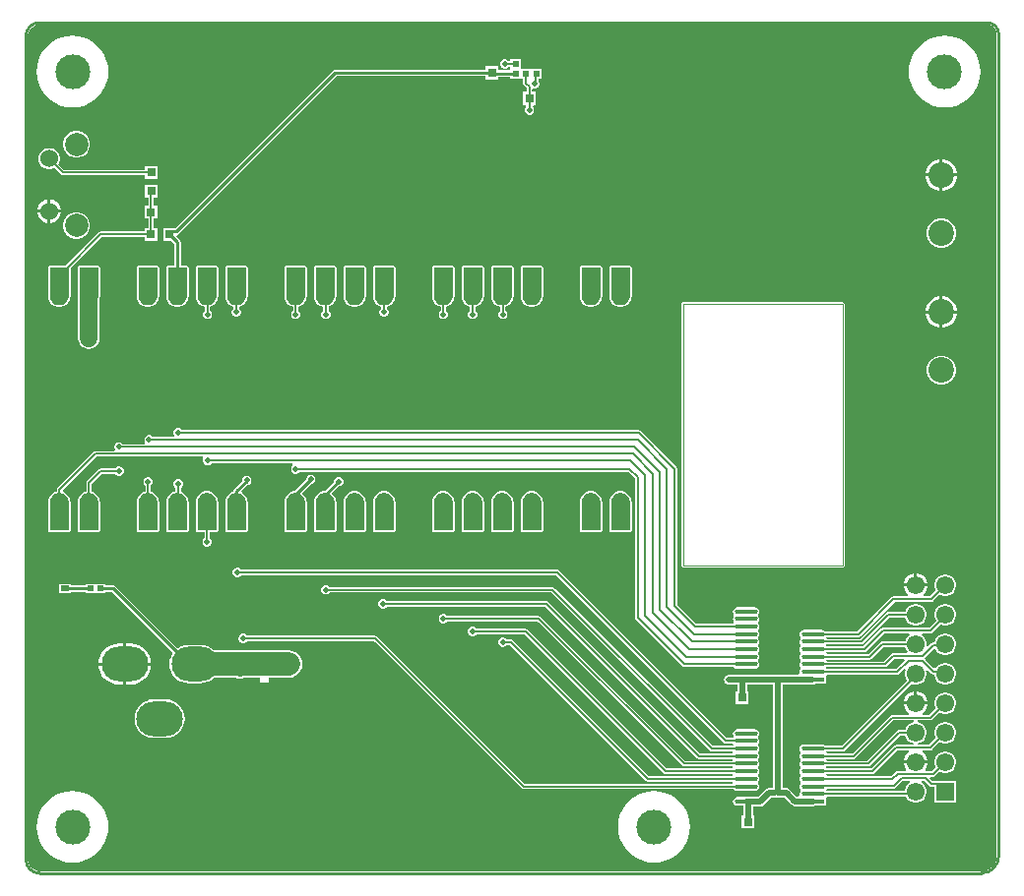
<source format=gtl>
G04*
G04 #@! TF.GenerationSoftware,Altium Limited,Altium Designer,25.8.1 (18)*
G04*
G04 Layer_Physical_Order=1*
G04 Layer_Color=255*
%FSLAX24Y24*%
%MOIN*%
G70*
G04*
G04 #@! TF.SameCoordinates,E7C4B6EF-679D-40F3-B346-0123BADFF20E*
G04*
G04*
G04 #@! TF.FilePolarity,Positive*
G04*
G01*
G75*
%ADD13C,0.0100*%
%ADD17C,0.0039*%
%ADD19R,0.0770X0.0166*%
G04:AMPARAMS|DCode=20|XSize=77mil|YSize=16.6mil|CornerRadius=8.3mil|HoleSize=0mil|Usage=FLASHONLY|Rotation=180.000|XOffset=0mil|YOffset=0mil|HoleType=Round|Shape=RoundedRectangle|*
%AMROUNDEDRECTD20*
21,1,0.0770,0.0000,0,0,180.0*
21,1,0.0604,0.0166,0,0,180.0*
1,1,0.0166,-0.0302,0.0000*
1,1,0.0166,0.0302,0.0000*
1,1,0.0166,0.0302,0.0000*
1,1,0.0166,-0.0302,0.0000*
%
%ADD20ROUNDEDRECTD20*%
%ADD21R,0.0315X0.0315*%
%ADD22R,0.0394X0.0984*%
%ADD23R,0.0220X0.0200*%
G04:AMPARAMS|DCode=24|XSize=31.5mil|YSize=31.5mil|CornerRadius=7.9mil|HoleSize=0mil|Usage=FLASHONLY|Rotation=270.000|XOffset=0mil|YOffset=0mil|HoleType=Round|Shape=RoundedRectangle|*
%AMROUNDEDRECTD24*
21,1,0.0315,0.0157,0,0,270.0*
21,1,0.0157,0.0315,0,0,270.0*
1,1,0.0157,-0.0079,-0.0079*
1,1,0.0157,-0.0079,0.0079*
1,1,0.0157,0.0079,0.0079*
1,1,0.0157,0.0079,-0.0079*
%
%ADD24ROUNDEDRECTD24*%
%ADD25R,0.0118X0.0165*%
G04:AMPARAMS|DCode=26|XSize=98.4mil|YSize=39.4mil|CornerRadius=4.9mil|HoleSize=0mil|Usage=FLASHONLY|Rotation=90.000|XOffset=0mil|YOffset=0mil|HoleType=Round|Shape=RoundedRectangle|*
%AMROUNDEDRECTD26*
21,1,0.0984,0.0295,0,0,90.0*
21,1,0.0886,0.0394,0,0,90.0*
1,1,0.0098,0.0148,0.0443*
1,1,0.0098,0.0148,-0.0443*
1,1,0.0098,-0.0148,-0.0443*
1,1,0.0098,-0.0148,0.0443*
%
%ADD26ROUNDEDRECTD26*%
%ADD27R,0.0276X0.0197*%
%ADD28R,0.0315X0.0315*%
%ADD29C,0.0118*%
%ADD38R,0.0236X0.0206*%
%ADD39R,0.0610X0.0610*%
%ADD40C,0.0610*%
%ADD46C,0.0197*%
%ADD47C,0.0464*%
%ADD48C,0.0060*%
%ADD49C,0.0800*%
%ADD50C,0.0200*%
%ADD51C,0.0600*%
%ADD52C,0.0866*%
%ADD53O,0.1575X0.1181*%
%ADD54C,0.1181*%
%ADD55C,0.0600*%
%ADD56C,0.0787*%
G36*
X30971Y27186D02*
X30973Y27186D01*
X30975Y27186D01*
X31006D01*
X31068Y27173D01*
X31126Y27149D01*
X31178Y27114D01*
X31223Y27070D01*
X31258Y27018D01*
X31282Y26960D01*
X31294Y26898D01*
Y26866D01*
X31294Y-999D01*
Y-1049D01*
X31274Y-1147D01*
X31236Y-1240D01*
X31181Y-1323D01*
X31110Y-1393D01*
X31027Y-1449D01*
X30935Y-1487D01*
X30837Y-1507D01*
X30787D01*
X30787Y-1507D01*
X30787Y-1507D01*
X-1113Y-1510D01*
X-1151Y-1510D01*
X-1228Y-1495D01*
X-1300Y-1465D01*
X-1366Y-1421D01*
X-1421Y-1366D01*
X-1465Y-1300D01*
X-1495Y-1228D01*
X-1510Y-1151D01*
Y-1112D01*
X-1510Y26791D01*
Y26830D01*
X-1495Y26907D01*
X-1465Y26980D01*
X-1421Y27045D01*
X-1366Y27100D01*
X-1300Y27144D01*
X-1228Y27174D01*
X-1151Y27189D01*
X-1112D01*
X30904Y27189D01*
X30971Y27186D01*
D02*
G37*
%LPC*%
G36*
X15386Y26501D02*
X15323D01*
X15265Y26477D01*
X15220Y26432D01*
X15196Y26374D01*
Y26311D01*
X15220Y26253D01*
X15265Y26208D01*
X15323Y26184D01*
X15386D01*
X15444Y26208D01*
X15489Y26253D01*
X15513Y26311D01*
Y26374D01*
X15489Y26432D01*
X15444Y26477D01*
X15386Y26501D01*
D02*
G37*
G36*
X14667Y26015D02*
X14604D01*
X14546Y25991D01*
X14502Y25946D01*
X14477Y25888D01*
Y25825D01*
X14502Y25767D01*
X14546Y25722D01*
X14604Y25698D01*
X14667D01*
X14726Y25722D01*
X14762Y25759D01*
X14822Y25755D01*
Y25638D01*
X14430D01*
Y25769D01*
X13995D01*
Y25663D01*
X8898D01*
X8898Y25663D01*
X8855Y25655D01*
X8818Y25630D01*
X8818Y25630D01*
X3484Y20296D01*
X3076D01*
Y19861D01*
X3352D01*
X3447Y19767D01*
Y19003D01*
X3238D01*
X3192Y18984D01*
X3173Y18938D01*
Y17993D01*
X3173Y17951D01*
X3176Y17943D01*
X3175Y17935D01*
X3197Y17855D01*
X3202Y17848D01*
X3203Y17839D01*
X3244Y17767D01*
X3251Y17762D01*
X3255Y17754D01*
X3313Y17695D01*
X3322Y17692D01*
X3327Y17685D01*
X3399Y17643D01*
X3407Y17642D01*
X3414Y17637D01*
X3494Y17615D01*
X3503Y17616D01*
X3511Y17613D01*
X3594D01*
X3602Y17616D01*
X3611Y17615D01*
X3691Y17637D01*
X3698Y17642D01*
X3707Y17643D01*
X3779Y17685D01*
X3784Y17692D01*
X3792Y17695D01*
X3851Y17754D01*
X3854Y17762D01*
X3861Y17767D01*
X3902Y17839D01*
X3904Y17848D01*
X3909Y17855D01*
X3930Y17935D01*
X3929Y17943D01*
X3933Y17951D01*
Y18938D01*
X3914Y18984D01*
X3868Y19003D01*
X3671D01*
Y19813D01*
X3671Y19813D01*
X3663Y19856D01*
X3638Y19892D01*
X3638Y19892D01*
X3525Y20005D01*
X3525Y20014D01*
X3540Y20068D01*
X3566Y20073D01*
X3602Y20097D01*
X8944Y25439D01*
X13995D01*
Y25334D01*
X14430D01*
Y25414D01*
X14822D01*
Y25363D01*
X15263D01*
Y25192D01*
X15270Y25157D01*
X15289Y25127D01*
X15381Y25036D01*
Y24903D01*
X15255D01*
Y24468D01*
X15342D01*
X15365Y24408D01*
X15338Y24381D01*
X15314Y24323D01*
Y24260D01*
X15338Y24202D01*
X15383Y24157D01*
X15441Y24133D01*
X15504D01*
X15562Y24157D01*
X15607Y24202D01*
X15631Y24260D01*
Y24323D01*
X15607Y24381D01*
X15580Y24408D01*
X15603Y24468D01*
X15690D01*
Y24903D01*
X15564D01*
Y24982D01*
X15624Y25022D01*
X15632Y25019D01*
X15695D01*
X15753Y25043D01*
X15798Y25087D01*
X15822Y25146D01*
Y25209D01*
X15798Y25267D01*
X15774Y25291D01*
Y25363D01*
X15887D01*
Y25689D01*
X15178D01*
Y26012D01*
X14822D01*
Y25973D01*
X14801Y25962D01*
X14762Y25955D01*
X14726Y25991D01*
X14667Y26015D01*
D02*
G37*
G36*
X29528Y26807D02*
X29337Y26792D01*
X29152Y26747D01*
X28975Y26674D01*
X28813Y26574D01*
X28668Y26450D01*
X28544Y26305D01*
X28444Y26143D01*
X28371Y25966D01*
X28326Y25781D01*
X28311Y25591D01*
X28326Y25400D01*
X28371Y25215D01*
X28444Y25038D01*
X28544Y24876D01*
X28668Y24731D01*
X28813Y24607D01*
X28975Y24507D01*
X29152Y24434D01*
X29337Y24389D01*
X29528Y24374D01*
X29718Y24389D01*
X29903Y24434D01*
X30080Y24507D01*
X30242Y24607D01*
X30387Y24731D01*
X30511Y24876D01*
X30611Y25038D01*
X30684Y25215D01*
X30729Y25400D01*
X30744Y25591D01*
X30729Y25781D01*
X30684Y25966D01*
X30611Y26143D01*
X30511Y26305D01*
X30387Y26450D01*
X30242Y26574D01*
X30080Y26674D01*
X29903Y26747D01*
X29718Y26792D01*
X29528Y26807D01*
D02*
G37*
G36*
X0D02*
X-190Y26792D01*
X-376Y26747D01*
X-552Y26674D01*
X-715Y26574D01*
X-860Y26450D01*
X-984Y26305D01*
X-1084Y26143D01*
X-1157Y25966D01*
X-1201Y25781D01*
X-1216Y25591D01*
X-1201Y25400D01*
X-1157Y25215D01*
X-1084Y25038D01*
X-984Y24876D01*
X-860Y24731D01*
X-715Y24607D01*
X-552Y24507D01*
X-376Y24434D01*
X-190Y24389D01*
X0Y24374D01*
X190Y24389D01*
X376Y24434D01*
X552Y24507D01*
X715Y24607D01*
X860Y24731D01*
X984Y24876D01*
X1084Y25038D01*
X1157Y25215D01*
X1201Y25400D01*
X1216Y25591D01*
X1201Y25781D01*
X1157Y25966D01*
X1084Y26143D01*
X984Y26305D01*
X860Y26450D01*
X715Y26574D01*
X552Y26674D01*
X376Y26747D01*
X190Y26792D01*
X0Y26807D01*
D02*
G37*
G36*
X198Y23584D02*
X78D01*
X-37Y23553D01*
X-141Y23493D01*
X-225Y23409D01*
X-285Y23305D01*
X-316Y23190D01*
Y23070D01*
X-285Y22955D01*
X-225Y22851D01*
X-141Y22767D01*
X-37Y22707D01*
X78Y22676D01*
X198D01*
X313Y22707D01*
X416Y22767D01*
X501Y22851D01*
X561Y22955D01*
X591Y23070D01*
Y23190D01*
X561Y23305D01*
X501Y23409D01*
X416Y23493D01*
X313Y23553D01*
X198Y23584D01*
D02*
G37*
G36*
X29480Y22620D02*
X29459D01*
Y22137D01*
X29943D01*
Y22157D01*
X29906Y22292D01*
X29836Y22414D01*
X29737Y22513D01*
X29615Y22583D01*
X29480Y22620D01*
D02*
G37*
G36*
X29359D02*
X29339D01*
X29204Y22583D01*
X29082Y22513D01*
X28983Y22414D01*
X28913Y22292D01*
X28876Y22157D01*
Y22137D01*
X29359D01*
Y22620D01*
D02*
G37*
G36*
X-740Y22998D02*
X-835D01*
X-926Y22973D01*
X-1008Y22926D01*
X-1075Y22859D01*
X-1123Y22777D01*
X-1147Y22685D01*
Y22590D01*
X-1123Y22499D01*
X-1075Y22417D01*
X-1008Y22350D01*
X-926Y22302D01*
X-835Y22278D01*
X-740D01*
X-648Y22302D01*
X-606Y22327D01*
X-384Y22104D01*
X-354Y22084D01*
X-319Y22077D01*
X2455D01*
Y21952D01*
X2890D01*
Y22387D01*
X2455D01*
Y22261D01*
X-281D01*
X-476Y22457D01*
X-452Y22499D01*
X-427Y22590D01*
Y22685D01*
X-452Y22777D01*
X-499Y22859D01*
X-566Y22926D01*
X-648Y22973D01*
X-740Y22998D01*
D02*
G37*
G36*
X29943Y22037D02*
X29459D01*
Y21554D01*
X29480D01*
X29615Y21590D01*
X29737Y21660D01*
X29836Y21759D01*
X29906Y21881D01*
X29943Y22016D01*
Y22037D01*
D02*
G37*
G36*
X29359D02*
X28876D01*
Y22016D01*
X28913Y21881D01*
X28983Y21759D01*
X29082Y21660D01*
X29204Y21590D01*
X29339Y21554D01*
X29359D01*
Y22037D01*
D02*
G37*
G36*
X-735Y21266D02*
X-737D01*
Y20916D01*
X-387D01*
Y20919D01*
X-415Y21021D01*
X-467Y21112D01*
X-542Y21186D01*
X-633Y21239D01*
X-735Y21266D01*
D02*
G37*
G36*
X-837D02*
X-840D01*
X-942Y21239D01*
X-1033Y21186D01*
X-1107Y21112D01*
X-1160Y21021D01*
X-1187Y20919D01*
Y20916D01*
X-837D01*
Y21266D01*
D02*
G37*
G36*
X-387Y20816D02*
X-737D01*
Y20466D01*
X-735D01*
X-633Y20493D01*
X-542Y20546D01*
X-467Y20621D01*
X-415Y20712D01*
X-387Y20813D01*
Y20816D01*
D02*
G37*
G36*
X-837D02*
X-1187D01*
Y20813D01*
X-1160Y20712D01*
X-1107Y20621D01*
X-1033Y20546D01*
X-942Y20493D01*
X-840Y20466D01*
X-837D01*
Y20816D01*
D02*
G37*
G36*
X198Y20828D02*
X78D01*
X-37Y20797D01*
X-141Y20737D01*
X-225Y20653D01*
X-285Y20549D01*
X-316Y20434D01*
Y20314D01*
X-285Y20199D01*
X-225Y20095D01*
X-141Y20011D01*
X-37Y19951D01*
X78Y19920D01*
X198D01*
X313Y19951D01*
X416Y20011D01*
X501Y20095D01*
X561Y20199D01*
X591Y20314D01*
Y20434D01*
X561Y20549D01*
X501Y20653D01*
X416Y20737D01*
X313Y20797D01*
X198Y20828D01*
D02*
G37*
G36*
X2890Y21757D02*
X2455D01*
Y21322D01*
X2572D01*
Y21041D01*
X2446D01*
Y20606D01*
X2572D01*
Y20296D01*
X2446D01*
Y20171D01*
X945D01*
X910Y20164D01*
X880Y20144D01*
X-261Y19003D01*
X-762D01*
X-808Y18984D01*
X-827Y18938D01*
Y17993D01*
X-827Y17951D01*
X-824Y17943D01*
X-825Y17935D01*
X-803Y17855D01*
X-798Y17848D01*
X-797Y17839D01*
X-756Y17767D01*
X-749Y17762D01*
X-745Y17754D01*
X-687Y17695D01*
X-678Y17692D01*
X-673Y17685D01*
X-601Y17643D01*
X-593Y17642D01*
X-586Y17637D01*
X-506Y17615D01*
X-497Y17616D01*
X-489Y17613D01*
X-406D01*
X-398Y17616D01*
X-389Y17615D01*
X-309Y17637D01*
X-302Y17642D01*
X-293Y17643D01*
X-221Y17685D01*
X-216Y17692D01*
X-208Y17695D01*
X-149Y17754D01*
X-146Y17762D01*
X-139Y17767D01*
X-98Y17839D01*
X-96Y17848D01*
X-91Y17855D01*
X-70Y17935D01*
X-71Y17943D01*
X-67Y17951D01*
Y18937D01*
X983Y19987D01*
X2446D01*
Y19861D01*
X2881D01*
Y20296D01*
X2755D01*
Y20606D01*
X2881D01*
Y21041D01*
X2755D01*
Y21322D01*
X2890D01*
Y21757D01*
D02*
G37*
G36*
X29474Y20611D02*
X29345D01*
X29219Y20578D01*
X29107Y20513D01*
X29015Y20421D01*
X28950Y20308D01*
X28916Y20183D01*
Y20053D01*
X28950Y19928D01*
X29015Y19815D01*
X29107Y19724D01*
X29219Y19659D01*
X29345Y19625D01*
X29474D01*
X29600Y19659D01*
X29712Y19724D01*
X29804Y19815D01*
X29869Y19928D01*
X29903Y20053D01*
Y20183D01*
X29869Y20308D01*
X29804Y20421D01*
X29712Y20513D01*
X29600Y20578D01*
X29474Y20611D01*
D02*
G37*
G36*
X18868Y19003D02*
X18238D01*
X18192Y18984D01*
X18173Y18938D01*
Y17993D01*
X18173Y17951D01*
X18176Y17943D01*
X18175Y17935D01*
X18197Y17855D01*
X18202Y17848D01*
X18203Y17839D01*
X18244Y17767D01*
X18251Y17762D01*
X18255Y17754D01*
X18313Y17695D01*
X18322Y17692D01*
X18327Y17685D01*
X18399Y17643D01*
X18407Y17642D01*
X18414Y17637D01*
X18494Y17615D01*
X18503Y17616D01*
X18511Y17613D01*
X18594D01*
X18602Y17616D01*
X18611Y17615D01*
X18691Y17637D01*
X18698Y17642D01*
X18707Y17643D01*
X18779Y17685D01*
X18784Y17692D01*
X18792Y17695D01*
X18851Y17754D01*
X18854Y17762D01*
X18861Y17767D01*
X18902Y17839D01*
X18904Y17848D01*
X18909Y17855D01*
X18930Y17935D01*
X18929Y17943D01*
X18933Y17951D01*
Y18938D01*
X18914Y18984D01*
X18868Y19003D01*
D02*
G37*
G36*
X17868D02*
X17238D01*
X17192Y18984D01*
X17173Y18938D01*
Y17993D01*
X17173Y17951D01*
X17176Y17943D01*
X17175Y17935D01*
X17197Y17855D01*
X17202Y17848D01*
X17203Y17839D01*
X17244Y17767D01*
X17251Y17762D01*
X17255Y17754D01*
X17313Y17695D01*
X17322Y17692D01*
X17327Y17685D01*
X17399Y17643D01*
X17407Y17642D01*
X17414Y17637D01*
X17494Y17615D01*
X17503Y17616D01*
X17511Y17613D01*
X17594D01*
X17602Y17616D01*
X17611Y17615D01*
X17691Y17637D01*
X17698Y17642D01*
X17707Y17643D01*
X17779Y17685D01*
X17784Y17692D01*
X17792Y17695D01*
X17851Y17754D01*
X17854Y17762D01*
X17861Y17767D01*
X17902Y17839D01*
X17904Y17848D01*
X17909Y17855D01*
X17930Y17935D01*
X17929Y17943D01*
X17933Y17951D01*
Y18938D01*
X17914Y18984D01*
X17868Y19003D01*
D02*
G37*
G36*
X15868D02*
X15238D01*
X15192Y18984D01*
X15173Y18938D01*
Y17993D01*
X15173Y17951D01*
X15176Y17943D01*
X15175Y17935D01*
X15197Y17855D01*
X15202Y17848D01*
X15203Y17839D01*
X15244Y17767D01*
X15251Y17762D01*
X15255Y17754D01*
X15313Y17695D01*
X15322Y17692D01*
X15327Y17685D01*
X15399Y17643D01*
X15407Y17642D01*
X15414Y17637D01*
X15494Y17615D01*
X15503Y17616D01*
X15511Y17613D01*
X15594D01*
X15602Y17616D01*
X15611Y17615D01*
X15691Y17637D01*
X15698Y17642D01*
X15707Y17643D01*
X15779Y17685D01*
X15784Y17692D01*
X15792Y17695D01*
X15851Y17754D01*
X15854Y17762D01*
X15861Y17767D01*
X15902Y17839D01*
X15904Y17848D01*
X15909Y17855D01*
X15930Y17935D01*
X15929Y17943D01*
X15933Y17951D01*
Y18938D01*
X15914Y18984D01*
X15868Y19003D01*
D02*
G37*
G36*
X9868D02*
X9238D01*
X9192Y18984D01*
X9173Y18938D01*
Y17993D01*
X9173Y17951D01*
X9176Y17943D01*
X9175Y17935D01*
X9197Y17855D01*
X9202Y17848D01*
X9203Y17839D01*
X9244Y17767D01*
X9251Y17762D01*
X9255Y17754D01*
X9313Y17695D01*
X9322Y17692D01*
X9327Y17685D01*
X9399Y17643D01*
X9407Y17642D01*
X9414Y17637D01*
X9494Y17615D01*
X9503Y17616D01*
X9511Y17613D01*
X9594D01*
X9602Y17616D01*
X9611Y17615D01*
X9691Y17637D01*
X9698Y17642D01*
X9707Y17643D01*
X9779Y17685D01*
X9784Y17692D01*
X9792Y17695D01*
X9851Y17754D01*
X9854Y17762D01*
X9861Y17767D01*
X9902Y17839D01*
X9904Y17848D01*
X9909Y17855D01*
X9930Y17935D01*
X9929Y17943D01*
X9933Y17951D01*
Y18938D01*
X9914Y18984D01*
X9868Y19003D01*
D02*
G37*
G36*
X2868D02*
X2238D01*
X2192Y18984D01*
X2173Y18938D01*
Y17993D01*
X2173Y17951D01*
X2176Y17943D01*
X2175Y17935D01*
X2197Y17855D01*
X2202Y17848D01*
X2203Y17839D01*
X2244Y17767D01*
X2251Y17762D01*
X2255Y17754D01*
X2313Y17695D01*
X2322Y17692D01*
X2327Y17685D01*
X2399Y17643D01*
X2407Y17642D01*
X2414Y17637D01*
X2494Y17615D01*
X2503Y17616D01*
X2511Y17613D01*
X2594D01*
X2602Y17616D01*
X2611Y17615D01*
X2691Y17637D01*
X2698Y17642D01*
X2707Y17643D01*
X2779Y17685D01*
X2784Y17692D01*
X2792Y17695D01*
X2851Y17754D01*
X2854Y17762D01*
X2861Y17767D01*
X2903Y17839D01*
X2904Y17848D01*
X2909Y17855D01*
X2930Y17935D01*
X2929Y17943D01*
X2933Y17951D01*
Y18938D01*
X2914Y18984D01*
X2868Y19003D01*
D02*
G37*
G36*
X29480Y17974D02*
X29459D01*
Y17491D01*
X29943D01*
Y17511D01*
X29906Y17647D01*
X29836Y17768D01*
X29737Y17868D01*
X29615Y17938D01*
X29480Y17974D01*
D02*
G37*
G36*
X29359D02*
X29339D01*
X29204Y17938D01*
X29082Y17868D01*
X28983Y17768D01*
X28913Y17647D01*
X28876Y17511D01*
Y17491D01*
X29359D01*
Y17974D01*
D02*
G37*
G36*
X10868Y19003D02*
X10238D01*
X10192Y18984D01*
X10173Y18938D01*
Y17993D01*
X10173Y17951D01*
X10176Y17943D01*
X10175Y17935D01*
X10197Y17855D01*
X10202Y17848D01*
X10203Y17839D01*
X10244Y17767D01*
X10251Y17762D01*
X10255Y17754D01*
X10313Y17695D01*
X10322Y17692D01*
X10327Y17685D01*
X10399Y17643D01*
X10407Y17642D01*
X10414Y17637D01*
X10447Y17628D01*
X10454Y17568D01*
X10417Y17531D01*
X10393Y17472D01*
Y17409D01*
X10417Y17351D01*
X10461Y17307D01*
X10520Y17283D01*
X10583D01*
X10641Y17307D01*
X10685Y17351D01*
X10710Y17409D01*
Y17472D01*
X10685Y17531D01*
X10649Y17567D01*
X10657Y17627D01*
X10691Y17637D01*
X10698Y17642D01*
X10707Y17643D01*
X10779Y17685D01*
X10784Y17692D01*
X10792Y17695D01*
X10851Y17754D01*
X10854Y17762D01*
X10861Y17767D01*
X10902Y17839D01*
X10904Y17848D01*
X10909Y17855D01*
X10930Y17935D01*
X10929Y17943D01*
X10933Y17951D01*
Y18938D01*
X10914Y18984D01*
X10868Y19003D01*
D02*
G37*
G36*
X5868D02*
X5238D01*
X5192Y18984D01*
X5173Y18938D01*
Y17993D01*
X5173Y17951D01*
X5176Y17943D01*
X5175Y17935D01*
X5197Y17855D01*
X5202Y17848D01*
X5203Y17839D01*
X5244Y17767D01*
X5251Y17762D01*
X5255Y17754D01*
X5313Y17695D01*
X5322Y17692D01*
X5327Y17685D01*
X5399Y17643D01*
X5407Y17642D01*
X5414Y17637D01*
X5447Y17628D01*
X5454Y17568D01*
X5417Y17531D01*
X5393Y17472D01*
Y17409D01*
X5417Y17351D01*
X5461Y17307D01*
X5520Y17283D01*
X5583D01*
X5641Y17307D01*
X5685Y17351D01*
X5710Y17409D01*
Y17472D01*
X5685Y17531D01*
X5649Y17567D01*
X5657Y17627D01*
X5691Y17637D01*
X5698Y17642D01*
X5707Y17643D01*
X5779Y17685D01*
X5784Y17692D01*
X5792Y17695D01*
X5851Y17754D01*
X5854Y17762D01*
X5861Y17767D01*
X5903Y17839D01*
X5904Y17848D01*
X5909Y17855D01*
X5930Y17935D01*
X5929Y17943D01*
X5933Y17951D01*
Y18938D01*
X5914Y18984D01*
X5868Y19003D01*
D02*
G37*
G36*
X14868D02*
X14238D01*
X14192Y18984D01*
X14173Y18938D01*
Y17993D01*
X14173Y17951D01*
X14176Y17943D01*
X14175Y17935D01*
X14197Y17855D01*
X14202Y17848D01*
X14203Y17839D01*
X14244Y17767D01*
X14251Y17762D01*
X14255Y17754D01*
X14313Y17695D01*
X14322Y17692D01*
X14327Y17685D01*
X14399Y17643D01*
X14407Y17642D01*
X14414Y17637D01*
X14475Y17620D01*
Y17494D01*
X14433Y17452D01*
X14409Y17394D01*
Y17331D01*
X14433Y17272D01*
X14477Y17228D01*
X14535Y17204D01*
X14598D01*
X14657Y17228D01*
X14701Y17272D01*
X14725Y17331D01*
Y17394D01*
X14701Y17452D01*
X14659Y17494D01*
Y17628D01*
X14691Y17637D01*
X14698Y17642D01*
X14707Y17643D01*
X14779Y17685D01*
X14784Y17692D01*
X14792Y17695D01*
X14851Y17754D01*
X14854Y17762D01*
X14861Y17767D01*
X14902Y17839D01*
X14904Y17848D01*
X14909Y17855D01*
X14930Y17935D01*
X14929Y17943D01*
X14933Y17951D01*
Y18938D01*
X14914Y18984D01*
X14868Y19003D01*
D02*
G37*
G36*
X13868D02*
X13238D01*
X13192Y18984D01*
X13173Y18938D01*
Y17993D01*
X13173Y17951D01*
X13176Y17943D01*
X13175Y17935D01*
X13197Y17855D01*
X13202Y17848D01*
X13203Y17839D01*
X13244Y17767D01*
X13251Y17762D01*
X13255Y17754D01*
X13313Y17695D01*
X13322Y17692D01*
X13327Y17685D01*
X13399Y17643D01*
X13407Y17642D01*
X13414Y17637D01*
X13452Y17627D01*
Y17494D01*
X13409Y17452D01*
X13385Y17394D01*
Y17331D01*
X13409Y17272D01*
X13454Y17228D01*
X13512Y17204D01*
X13575D01*
X13633Y17228D01*
X13678Y17272D01*
X13702Y17331D01*
Y17394D01*
X13678Y17452D01*
X13635Y17494D01*
Y17622D01*
X13691Y17637D01*
X13698Y17642D01*
X13707Y17643D01*
X13779Y17685D01*
X13784Y17692D01*
X13792Y17695D01*
X13851Y17754D01*
X13854Y17762D01*
X13861Y17767D01*
X13902Y17839D01*
X13904Y17848D01*
X13909Y17855D01*
X13930Y17935D01*
X13929Y17943D01*
X13933Y17951D01*
Y18938D01*
X13914Y18984D01*
X13868Y19003D01*
D02*
G37*
G36*
X12868D02*
X12238D01*
X12192Y18984D01*
X12173Y18938D01*
Y17993D01*
X12173Y17951D01*
X12176Y17943D01*
X12175Y17935D01*
X12197Y17855D01*
X12202Y17848D01*
X12203Y17839D01*
X12244Y17767D01*
X12251Y17762D01*
X12255Y17754D01*
X12313Y17695D01*
X12322Y17692D01*
X12327Y17685D01*
X12399Y17643D01*
X12407Y17642D01*
X12414Y17637D01*
X12467Y17623D01*
Y17494D01*
X12425Y17452D01*
X12401Y17394D01*
Y17331D01*
X12425Y17272D01*
X12469Y17228D01*
X12528Y17204D01*
X12591D01*
X12649Y17228D01*
X12693Y17272D01*
X12717Y17331D01*
Y17394D01*
X12693Y17452D01*
X12651Y17494D01*
Y17626D01*
X12691Y17637D01*
X12698Y17642D01*
X12707Y17643D01*
X12779Y17685D01*
X12784Y17692D01*
X12792Y17695D01*
X12851Y17754D01*
X12854Y17762D01*
X12861Y17767D01*
X12902Y17839D01*
X12904Y17848D01*
X12909Y17855D01*
X12930Y17935D01*
X12929Y17943D01*
X12933Y17951D01*
Y18938D01*
X12914Y18984D01*
X12868Y19003D01*
D02*
G37*
G36*
X8868D02*
X8238D01*
X8192Y18984D01*
X8173Y18938D01*
Y17993D01*
X8173Y17951D01*
X8176Y17943D01*
X8175Y17935D01*
X8197Y17855D01*
X8202Y17848D01*
X8203Y17839D01*
X8244Y17767D01*
X8251Y17762D01*
X8255Y17754D01*
X8313Y17695D01*
X8322Y17692D01*
X8327Y17685D01*
X8399Y17643D01*
X8407Y17642D01*
X8414Y17637D01*
X8491Y17616D01*
Y17494D01*
X8448Y17452D01*
X8424Y17394D01*
Y17331D01*
X8448Y17272D01*
X8493Y17228D01*
X8551Y17204D01*
X8614D01*
X8672Y17228D01*
X8717Y17272D01*
X8741Y17331D01*
Y17394D01*
X8717Y17452D01*
X8674Y17494D01*
Y17632D01*
X8691Y17637D01*
X8698Y17642D01*
X8707Y17643D01*
X8779Y17685D01*
X8784Y17692D01*
X8792Y17695D01*
X8851Y17754D01*
X8854Y17762D01*
X8861Y17767D01*
X8903Y17839D01*
X8904Y17848D01*
X8909Y17855D01*
X8930Y17935D01*
X8929Y17943D01*
X8933Y17951D01*
Y18938D01*
X8914Y18984D01*
X8868Y19003D01*
D02*
G37*
G36*
X7868D02*
X7238D01*
X7192Y18984D01*
X7173Y18938D01*
Y17993D01*
X7173Y17951D01*
X7176Y17943D01*
X7175Y17935D01*
X7197Y17855D01*
X7202Y17848D01*
X7203Y17839D01*
X7244Y17767D01*
X7251Y17762D01*
X7255Y17754D01*
X7313Y17695D01*
X7322Y17692D01*
X7327Y17685D01*
X7399Y17643D01*
X7407Y17642D01*
X7414Y17637D01*
X7467Y17623D01*
Y17494D01*
X7425Y17452D01*
X7401Y17394D01*
Y17331D01*
X7425Y17272D01*
X7469Y17228D01*
X7528Y17204D01*
X7591D01*
X7649Y17228D01*
X7693Y17272D01*
X7717Y17331D01*
Y17394D01*
X7693Y17452D01*
X7651Y17494D01*
Y17626D01*
X7691Y17637D01*
X7698Y17642D01*
X7707Y17643D01*
X7779Y17685D01*
X7784Y17692D01*
X7792Y17695D01*
X7851Y17754D01*
X7854Y17762D01*
X7861Y17767D01*
X7903Y17839D01*
X7904Y17848D01*
X7909Y17855D01*
X7930Y17935D01*
X7929Y17943D01*
X7933Y17951D01*
Y18938D01*
X7914Y18984D01*
X7868Y19003D01*
D02*
G37*
G36*
X4868D02*
X4238D01*
X4192Y18984D01*
X4173Y18938D01*
Y17993D01*
X4173Y17951D01*
X4176Y17943D01*
X4175Y17935D01*
X4197Y17855D01*
X4202Y17848D01*
X4203Y17839D01*
X4244Y17767D01*
X4251Y17762D01*
X4255Y17754D01*
X4313Y17695D01*
X4322Y17692D01*
X4327Y17685D01*
X4399Y17643D01*
X4407Y17642D01*
X4414Y17637D01*
X4475Y17620D01*
Y17494D01*
X4433Y17452D01*
X4408Y17394D01*
Y17331D01*
X4433Y17272D01*
X4477Y17228D01*
X4535Y17204D01*
X4598D01*
X4657Y17228D01*
X4701Y17272D01*
X4725Y17331D01*
Y17394D01*
X4701Y17452D01*
X4659Y17494D01*
Y17628D01*
X4691Y17637D01*
X4698Y17642D01*
X4707Y17643D01*
X4779Y17685D01*
X4784Y17692D01*
X4792Y17695D01*
X4851Y17754D01*
X4854Y17762D01*
X4861Y17767D01*
X4902Y17839D01*
X4904Y17848D01*
X4909Y17855D01*
X4930Y17935D01*
X4929Y17943D01*
X4933Y17951D01*
Y18938D01*
X4914Y18984D01*
X4868Y19003D01*
D02*
G37*
G36*
X29943Y17391D02*
X29459D01*
Y16908D01*
X29480D01*
X29615Y16944D01*
X29737Y17014D01*
X29836Y17114D01*
X29906Y17235D01*
X29943Y17371D01*
Y17391D01*
D02*
G37*
G36*
X29359D02*
X28876D01*
Y17371D01*
X28913Y17235D01*
X28983Y17114D01*
X29082Y17014D01*
X29204Y16944D01*
X29339Y16908D01*
X29359D01*
Y17391D01*
D02*
G37*
G36*
X868Y19003D02*
X238D01*
X192Y18984D01*
X173Y18938D01*
Y17993D01*
X173Y17951D01*
X176Y17943D01*
X175Y17935D01*
X188Y17886D01*
Y16811D01*
Y16557D01*
X200Y16463D01*
X237Y16376D01*
X294Y16300D01*
X370Y16243D01*
X457Y16206D01*
X551Y16194D01*
X645Y16206D01*
X733Y16243D01*
X808Y16300D01*
X866Y16376D01*
X902Y16463D01*
X914Y16557D01*
Y16811D01*
Y17874D01*
X930Y17935D01*
X929Y17943D01*
X933Y17951D01*
Y18938D01*
X914Y18984D01*
X868Y19003D01*
D02*
G37*
G36*
X29474Y15966D02*
X29345D01*
X29219Y15932D01*
X29107Y15867D01*
X29015Y15775D01*
X28950Y15663D01*
X28916Y15537D01*
Y15408D01*
X28950Y15282D01*
X29015Y15170D01*
X29107Y15078D01*
X29219Y15013D01*
X29345Y14979D01*
X29474D01*
X29600Y15013D01*
X29712Y15078D01*
X29804Y15170D01*
X29869Y15282D01*
X29903Y15408D01*
Y15537D01*
X29869Y15663D01*
X29804Y15775D01*
X29712Y15867D01*
X29600Y15932D01*
X29474Y15966D01*
D02*
G37*
G36*
X3614Y13505D02*
X3551D01*
X3493Y13481D01*
X3448Y13436D01*
X3424Y13378D01*
Y13315D01*
X3446Y13262D01*
X3437Y13236D01*
X3418Y13202D01*
X2731D01*
X2688Y13245D01*
X2630Y13269D01*
X2567D01*
X2509Y13245D01*
X2464Y13200D01*
X2440Y13142D01*
Y13079D01*
X2462Y13026D01*
X2452Y12999D01*
X2434Y12966D01*
X1707D01*
X1665Y13008D01*
X1606Y13032D01*
X1543D01*
X1485Y13008D01*
X1441Y12964D01*
X1416Y12906D01*
Y12843D01*
X1438Y12790D01*
X1429Y12763D01*
X1410Y12730D01*
X787D01*
X752Y12723D01*
X723Y12703D01*
X-506Y11474D01*
X-526Y11445D01*
X-533Y11409D01*
Y11362D01*
X-586Y11348D01*
X-593Y11342D01*
X-601Y11341D01*
X-673Y11300D01*
X-678Y11293D01*
X-687Y11289D01*
X-745Y11231D01*
X-749Y11223D01*
X-756Y11217D01*
X-797Y11145D01*
X-798Y11137D01*
X-803Y11130D01*
X-825Y11050D01*
X-824Y11041D01*
X-827Y11033D01*
X-827Y10991D01*
Y10046D01*
X-808Y10001D01*
X-762Y9982D01*
X-132D01*
X-86Y10001D01*
X-67Y10046D01*
Y11033D01*
X-71Y11041D01*
X-70Y11050D01*
X-91Y11130D01*
X-96Y11137D01*
X-98Y11145D01*
X-139Y11217D01*
X-146Y11223D01*
X-149Y11231D01*
X-208Y11289D01*
X-216Y11293D01*
X-221Y11300D01*
X-293Y11341D01*
X-295Y11341D01*
X-305Y11357D01*
X-310Y11383D01*
X-311Y11410D01*
X825Y12546D01*
X4402D01*
X4421Y12513D01*
X4430Y12486D01*
X4408Y12433D01*
Y12370D01*
X4433Y12312D01*
X4477Y12267D01*
X4535Y12243D01*
X4598D01*
X4657Y12267D01*
X4699Y12310D01*
X7440D01*
X7447Y12299D01*
X7459Y12250D01*
X7425Y12216D01*
X7401Y12157D01*
Y12094D01*
X7425Y12036D01*
X7469Y11992D01*
X7528Y11968D01*
X7591D01*
X7649Y11992D01*
X7691Y12034D01*
X18820D01*
X19042Y11812D01*
Y7087D01*
X19049Y7052D01*
X19069Y7022D01*
X20654Y5437D01*
X20683Y5417D01*
X20719Y5410D01*
X22392D01*
X22400Y5399D01*
X22447Y5367D01*
X22503Y5356D01*
X23107D01*
X23163Y5367D01*
X23210Y5399D01*
X23242Y5446D01*
X23253Y5502D01*
X23242Y5558D01*
X23220Y5590D01*
X23214Y5630D01*
X23220Y5670D01*
X23242Y5702D01*
X23253Y5758D01*
X23242Y5814D01*
X23220Y5846D01*
X23214Y5886D01*
X23220Y5926D01*
X23242Y5958D01*
X23253Y6014D01*
X23242Y6070D01*
X23220Y6101D01*
X23214Y6142D01*
X23220Y6182D01*
X23242Y6214D01*
X23253Y6270D01*
X23242Y6325D01*
X23220Y6357D01*
X23214Y6398D01*
X23220Y6438D01*
X23242Y6470D01*
X23253Y6526D01*
X23242Y6581D01*
X23220Y6613D01*
X23214Y6654D01*
X23220Y6694D01*
X23242Y6726D01*
X23253Y6781D01*
X23242Y6837D01*
X23220Y6869D01*
X23214Y6909D01*
X23220Y6950D01*
X23242Y6982D01*
X23253Y7037D01*
X23242Y7093D01*
X23220Y7125D01*
X23214Y7165D01*
X23220Y7206D01*
X23242Y7238D01*
X23253Y7293D01*
X23242Y7349D01*
X23210Y7396D01*
X23163Y7428D01*
X23107Y7439D01*
X22503D01*
X22447Y7428D01*
X22400Y7396D01*
X22368Y7349D01*
X22357Y7293D01*
X22368Y7238D01*
X22390Y7206D01*
X22396Y7165D01*
X22390Y7125D01*
X22368Y7093D01*
X22357Y7037D01*
X22368Y6982D01*
X22390Y6950D01*
X22393Y6929D01*
X22347Y6873D01*
X21131D01*
X20485Y7518D01*
Y12126D01*
X20478Y12161D01*
X20459Y12191D01*
X19238Y13411D01*
X19208Y13431D01*
X19173Y13438D01*
X3715D01*
X3672Y13481D01*
X3614Y13505D01*
D02*
G37*
G36*
X1606Y12206D02*
X1543D01*
X1485Y12182D01*
X1443Y12139D01*
X945D01*
X910Y12132D01*
X880Y12112D01*
X494Y11726D01*
X474Y11697D01*
X467Y11661D01*
Y11362D01*
X414Y11348D01*
X407Y11342D01*
X399Y11341D01*
X327Y11300D01*
X322Y11293D01*
X313Y11289D01*
X255Y11231D01*
X251Y11223D01*
X244Y11217D01*
X203Y11145D01*
X202Y11137D01*
X197Y11130D01*
X175Y11050D01*
X176Y11041D01*
X173Y11033D01*
X173Y10991D01*
Y10046D01*
X192Y10001D01*
X238Y9982D01*
X868D01*
X914Y10001D01*
X933Y10046D01*
Y11033D01*
X929Y11041D01*
X930Y11050D01*
X909Y11130D01*
X904Y11137D01*
X902Y11145D01*
X861Y11217D01*
X854Y11223D01*
X851Y11231D01*
X792Y11289D01*
X784Y11293D01*
X779Y11300D01*
X707Y11341D01*
X698Y11342D01*
X691Y11348D01*
X651Y11358D01*
Y11623D01*
X983Y11955D01*
X1443D01*
X1485Y11913D01*
X1543Y11889D01*
X1606D01*
X1665Y11913D01*
X1709Y11957D01*
X1733Y12016D01*
Y12079D01*
X1709Y12137D01*
X1665Y12182D01*
X1606Y12206D01*
D02*
G37*
G36*
X18594Y11371D02*
X18511D01*
X18503Y11368D01*
X18494Y11369D01*
X18414Y11348D01*
X18407Y11342D01*
X18399Y11341D01*
X18327Y11300D01*
X18322Y11293D01*
X18313Y11289D01*
X18255Y11231D01*
X18251Y11223D01*
X18244Y11217D01*
X18203Y11145D01*
X18202Y11137D01*
X18197Y11130D01*
X18175Y11050D01*
X18176Y11041D01*
X18173Y11033D01*
X18173Y10991D01*
Y10046D01*
X18192Y10001D01*
X18238Y9982D01*
X18868D01*
X18914Y10001D01*
X18933Y10046D01*
Y11033D01*
X18929Y11041D01*
X18930Y11050D01*
X18909Y11130D01*
X18904Y11137D01*
X18902Y11145D01*
X18861Y11217D01*
X18854Y11223D01*
X18851Y11231D01*
X18792Y11289D01*
X18784Y11293D01*
X18779Y11300D01*
X18707Y11341D01*
X18698Y11342D01*
X18691Y11348D01*
X18611Y11369D01*
X18602Y11368D01*
X18594Y11371D01*
D02*
G37*
G36*
X17594D02*
X17511D01*
X17503Y11368D01*
X17494Y11369D01*
X17414Y11348D01*
X17407Y11342D01*
X17399Y11341D01*
X17327Y11300D01*
X17322Y11293D01*
X17313Y11289D01*
X17255Y11231D01*
X17251Y11223D01*
X17244Y11217D01*
X17203Y11145D01*
X17202Y11137D01*
X17197Y11130D01*
X17175Y11050D01*
X17176Y11041D01*
X17173Y11033D01*
X17173Y10991D01*
Y10046D01*
X17192Y10001D01*
X17238Y9982D01*
X17868D01*
X17914Y10001D01*
X17933Y10046D01*
Y11033D01*
X17929Y11041D01*
X17930Y11050D01*
X17909Y11130D01*
X17904Y11137D01*
X17902Y11145D01*
X17861Y11217D01*
X17854Y11223D01*
X17851Y11231D01*
X17792Y11289D01*
X17784Y11293D01*
X17779Y11300D01*
X17707Y11341D01*
X17698Y11342D01*
X17691Y11348D01*
X17611Y11369D01*
X17602Y11368D01*
X17594Y11371D01*
D02*
G37*
G36*
X15594D02*
X15511D01*
X15503Y11368D01*
X15494Y11369D01*
X15414Y11348D01*
X15407Y11342D01*
X15399Y11341D01*
X15327Y11300D01*
X15322Y11293D01*
X15313Y11289D01*
X15255Y11231D01*
X15251Y11223D01*
X15244Y11217D01*
X15203Y11145D01*
X15202Y11137D01*
X15197Y11130D01*
X15175Y11050D01*
X15176Y11041D01*
X15173Y11033D01*
X15173Y10991D01*
Y10046D01*
X15192Y10001D01*
X15238Y9982D01*
X15868D01*
X15914Y10001D01*
X15933Y10046D01*
Y11033D01*
X15929Y11041D01*
X15930Y11050D01*
X15909Y11130D01*
X15904Y11137D01*
X15902Y11145D01*
X15861Y11217D01*
X15854Y11223D01*
X15851Y11231D01*
X15792Y11289D01*
X15784Y11293D01*
X15779Y11300D01*
X15707Y11341D01*
X15698Y11342D01*
X15691Y11348D01*
X15611Y11369D01*
X15602Y11368D01*
X15594Y11371D01*
D02*
G37*
G36*
X14594D02*
X14511D01*
X14503Y11368D01*
X14494Y11369D01*
X14414Y11348D01*
X14407Y11342D01*
X14399Y11341D01*
X14327Y11300D01*
X14322Y11293D01*
X14313Y11289D01*
X14255Y11231D01*
X14251Y11223D01*
X14244Y11217D01*
X14203Y11145D01*
X14202Y11137D01*
X14197Y11130D01*
X14175Y11050D01*
X14176Y11041D01*
X14173Y11033D01*
X14173Y10991D01*
Y10046D01*
X14192Y10001D01*
X14238Y9982D01*
X14868D01*
X14914Y10001D01*
X14933Y10046D01*
Y11033D01*
X14929Y11041D01*
X14930Y11050D01*
X14909Y11130D01*
X14904Y11137D01*
X14902Y11145D01*
X14861Y11217D01*
X14854Y11223D01*
X14851Y11231D01*
X14792Y11289D01*
X14784Y11293D01*
X14779Y11300D01*
X14707Y11341D01*
X14698Y11342D01*
X14691Y11348D01*
X14611Y11369D01*
X14602Y11368D01*
X14594Y11371D01*
D02*
G37*
G36*
X13594D02*
X13511D01*
X13503Y11368D01*
X13494Y11369D01*
X13414Y11348D01*
X13407Y11342D01*
X13399Y11341D01*
X13327Y11300D01*
X13322Y11293D01*
X13313Y11289D01*
X13255Y11231D01*
X13251Y11223D01*
X13244Y11217D01*
X13203Y11145D01*
X13202Y11137D01*
X13197Y11130D01*
X13175Y11050D01*
X13176Y11041D01*
X13173Y11033D01*
X13173Y10991D01*
Y10046D01*
X13192Y10001D01*
X13238Y9982D01*
X13868D01*
X13914Y10001D01*
X13933Y10046D01*
Y11033D01*
X13929Y11041D01*
X13930Y11050D01*
X13909Y11130D01*
X13904Y11137D01*
X13902Y11145D01*
X13861Y11217D01*
X13854Y11223D01*
X13851Y11231D01*
X13792Y11289D01*
X13784Y11293D01*
X13779Y11300D01*
X13707Y11341D01*
X13698Y11342D01*
X13691Y11348D01*
X13611Y11369D01*
X13602Y11368D01*
X13594Y11371D01*
D02*
G37*
G36*
X12594D02*
X12511D01*
X12503Y11368D01*
X12494Y11369D01*
X12414Y11348D01*
X12407Y11342D01*
X12399Y11341D01*
X12327Y11300D01*
X12322Y11293D01*
X12313Y11289D01*
X12255Y11231D01*
X12251Y11223D01*
X12244Y11217D01*
X12203Y11145D01*
X12202Y11137D01*
X12197Y11130D01*
X12175Y11050D01*
X12176Y11041D01*
X12173Y11033D01*
X12173Y10991D01*
Y10046D01*
X12192Y10001D01*
X12238Y9982D01*
X12868D01*
X12914Y10001D01*
X12933Y10046D01*
Y11033D01*
X12929Y11041D01*
X12930Y11050D01*
X12909Y11130D01*
X12904Y11137D01*
X12902Y11145D01*
X12861Y11217D01*
X12854Y11223D01*
X12851Y11231D01*
X12792Y11289D01*
X12784Y11293D01*
X12779Y11300D01*
X12707Y11341D01*
X12698Y11342D01*
X12691Y11348D01*
X12611Y11369D01*
X12602Y11368D01*
X12594Y11371D01*
D02*
G37*
G36*
X10594D02*
X10511D01*
X10503Y11368D01*
X10494Y11369D01*
X10414Y11348D01*
X10407Y11342D01*
X10399Y11341D01*
X10327Y11300D01*
X10322Y11293D01*
X10313Y11289D01*
X10255Y11231D01*
X10251Y11223D01*
X10244Y11217D01*
X10203Y11145D01*
X10202Y11137D01*
X10197Y11130D01*
X10175Y11050D01*
X10176Y11041D01*
X10173Y11033D01*
X10173Y10991D01*
Y10046D01*
X10192Y10001D01*
X10238Y9982D01*
X10868D01*
X10914Y10001D01*
X10933Y10046D01*
Y11033D01*
X10929Y11041D01*
X10930Y11050D01*
X10909Y11130D01*
X10904Y11137D01*
X10902Y11145D01*
X10861Y11217D01*
X10854Y11223D01*
X10851Y11231D01*
X10792Y11289D01*
X10784Y11293D01*
X10779Y11300D01*
X10707Y11341D01*
X10698Y11342D01*
X10691Y11348D01*
X10611Y11369D01*
X10602Y11368D01*
X10594Y11371D01*
D02*
G37*
G36*
X9594D02*
X9511D01*
X9503Y11368D01*
X9494Y11369D01*
X9414Y11348D01*
X9407Y11342D01*
X9399Y11341D01*
X9327Y11300D01*
X9322Y11293D01*
X9313Y11289D01*
X9255Y11231D01*
X9251Y11223D01*
X9244Y11217D01*
X9203Y11145D01*
X9202Y11137D01*
X9197Y11130D01*
X9175Y11050D01*
X9176Y11041D01*
X9173Y11033D01*
X9173Y10991D01*
Y10046D01*
X9192Y10001D01*
X9238Y9982D01*
X9868D01*
X9914Y10001D01*
X9933Y10046D01*
Y11033D01*
X9929Y11041D01*
X9930Y11050D01*
X9909Y11130D01*
X9904Y11137D01*
X9902Y11145D01*
X9861Y11217D01*
X9854Y11223D01*
X9851Y11231D01*
X9792Y11289D01*
X9784Y11293D01*
X9779Y11300D01*
X9707Y11341D01*
X9698Y11342D01*
X9691Y11348D01*
X9611Y11369D01*
X9602Y11368D01*
X9594Y11371D01*
D02*
G37*
G36*
X9044Y11857D02*
X8981D01*
X8923Y11833D01*
X8878Y11788D01*
X8854Y11730D01*
Y11690D01*
X8535Y11371D01*
X8511D01*
X8503Y11368D01*
X8494Y11369D01*
X8414Y11348D01*
X8407Y11342D01*
X8399Y11341D01*
X8327Y11300D01*
X8322Y11293D01*
X8313Y11289D01*
X8255Y11231D01*
X8251Y11223D01*
X8244Y11217D01*
X8203Y11145D01*
X8202Y11137D01*
X8197Y11130D01*
X8175Y11050D01*
X8176Y11041D01*
X8173Y11033D01*
X8173Y10991D01*
Y10046D01*
X8192Y10001D01*
X8238Y9982D01*
X8868D01*
X8914Y10001D01*
X8933Y10046D01*
Y11033D01*
X8929Y11041D01*
X8930Y11050D01*
X8909Y11130D01*
X8904Y11137D01*
X8903Y11145D01*
X8861Y11217D01*
X8854Y11223D01*
X8851Y11231D01*
X8792Y11289D01*
X8821Y11339D01*
X9021Y11540D01*
X9044D01*
X9102Y11564D01*
X9147Y11609D01*
X9171Y11667D01*
Y11730D01*
X9147Y11788D01*
X9102Y11833D01*
X9044Y11857D01*
D02*
G37*
G36*
X8102Y11930D02*
X8039D01*
X7981Y11906D01*
X7937Y11861D01*
X7912Y11803D01*
Y11772D01*
X7512Y11371D01*
X7511D01*
X7503Y11368D01*
X7494Y11369D01*
X7414Y11348D01*
X7407Y11342D01*
X7399Y11341D01*
X7327Y11300D01*
X7322Y11293D01*
X7313Y11289D01*
X7255Y11231D01*
X7251Y11223D01*
X7244Y11217D01*
X7203Y11145D01*
X7202Y11137D01*
X7197Y11130D01*
X7175Y11050D01*
X7176Y11041D01*
X7173Y11033D01*
X7173Y10991D01*
Y10046D01*
X7192Y10001D01*
X7238Y9982D01*
X7868D01*
X7914Y10001D01*
X7933Y10046D01*
Y11033D01*
X7929Y11041D01*
X7930Y11050D01*
X7909Y11130D01*
X7904Y11137D01*
X7903Y11145D01*
X7861Y11217D01*
X7854Y11223D01*
X7851Y11231D01*
X7792Y11289D01*
X7806Y11348D01*
X8071Y11613D01*
X8102D01*
X8161Y11637D01*
X8205Y11682D01*
X8229Y11740D01*
Y11803D01*
X8205Y11861D01*
X8161Y11906D01*
X8102Y11930D01*
D02*
G37*
G36*
X4594Y11371D02*
X4511D01*
X4503Y11368D01*
X4494Y11369D01*
X4414Y11348D01*
X4407Y11342D01*
X4399Y11341D01*
X4327Y11300D01*
X4322Y11293D01*
X4313Y11289D01*
X4255Y11231D01*
X4251Y11223D01*
X4244Y11217D01*
X4203Y11145D01*
X4202Y11137D01*
X4197Y11130D01*
X4175Y11050D01*
X4176Y11041D01*
X4173Y11033D01*
X4173Y10991D01*
Y10046D01*
X4192Y10001D01*
X4238Y9982D01*
X4467D01*
Y9786D01*
X4425Y9743D01*
X4401Y9685D01*
Y9622D01*
X4425Y9564D01*
X4469Y9519D01*
X4528Y9495D01*
X4591D01*
X4649Y9519D01*
X4693Y9564D01*
X4717Y9622D01*
Y9685D01*
X4693Y9743D01*
X4651Y9786D01*
Y9982D01*
X4868D01*
X4914Y10001D01*
X4933Y10046D01*
Y11033D01*
X4929Y11041D01*
X4930Y11050D01*
X4909Y11130D01*
X4904Y11137D01*
X4902Y11145D01*
X4861Y11217D01*
X4854Y11223D01*
X4851Y11231D01*
X4792Y11289D01*
X4784Y11293D01*
X4779Y11300D01*
X4707Y11341D01*
X4698Y11342D01*
X4691Y11348D01*
X4611Y11369D01*
X4602Y11368D01*
X4594Y11371D01*
D02*
G37*
G36*
X5931Y11894D02*
X5868D01*
X5810Y11870D01*
X5765Y11825D01*
X5741Y11767D01*
Y11726D01*
X5480Y11465D01*
X5455Y11429D01*
X5447Y11386D01*
X5447Y11386D01*
Y11356D01*
X5414Y11348D01*
X5407Y11342D01*
X5399Y11341D01*
X5327Y11300D01*
X5322Y11293D01*
X5313Y11289D01*
X5255Y11231D01*
X5251Y11223D01*
X5244Y11217D01*
X5203Y11145D01*
X5202Y11137D01*
X5197Y11130D01*
X5175Y11050D01*
X5176Y11041D01*
X5173Y11033D01*
X5173Y10991D01*
Y10046D01*
X5192Y10001D01*
X5238Y9982D01*
X5868D01*
X5914Y10001D01*
X5933Y10046D01*
Y11033D01*
X5929Y11041D01*
X5930Y11050D01*
X5909Y11130D01*
X5904Y11137D01*
X5903Y11145D01*
X5861Y11217D01*
X5854Y11223D01*
X5851Y11231D01*
X5792Y11289D01*
X5784Y11293D01*
X5779Y11300D01*
X5739Y11322D01*
X5726Y11394D01*
X5727Y11395D01*
X5909Y11577D01*
X5931D01*
X5989Y11601D01*
X6034Y11646D01*
X6058Y11704D01*
Y11767D01*
X6034Y11825D01*
X5989Y11870D01*
X5931Y11894D01*
D02*
G37*
G36*
X3614Y11773D02*
X3551D01*
X3493Y11748D01*
X3448Y11704D01*
X3424Y11646D01*
Y11583D01*
X3448Y11524D01*
X3491Y11482D01*
Y11368D01*
X3414Y11348D01*
X3407Y11342D01*
X3399Y11341D01*
X3327Y11300D01*
X3322Y11293D01*
X3313Y11289D01*
X3255Y11231D01*
X3251Y11223D01*
X3244Y11217D01*
X3203Y11145D01*
X3202Y11137D01*
X3197Y11130D01*
X3175Y11050D01*
X3176Y11041D01*
X3173Y11033D01*
X3173Y10991D01*
Y10046D01*
X3192Y10001D01*
X3238Y9982D01*
X3868D01*
X3914Y10001D01*
X3933Y10046D01*
Y11033D01*
X3929Y11041D01*
X3930Y11050D01*
X3909Y11130D01*
X3904Y11137D01*
X3902Y11145D01*
X3861Y11217D01*
X3854Y11223D01*
X3851Y11231D01*
X3792Y11289D01*
X3784Y11293D01*
X3779Y11300D01*
X3707Y11341D01*
X3698Y11342D01*
X3691Y11348D01*
X3674Y11352D01*
Y11482D01*
X3717Y11524D01*
X3741Y11583D01*
Y11646D01*
X3717Y11704D01*
X3672Y11748D01*
X3614Y11773D01*
D02*
G37*
G36*
X2591Y11851D02*
X2528D01*
X2469Y11827D01*
X2425Y11783D01*
X2401Y11724D01*
Y11661D01*
X2425Y11603D01*
X2467Y11561D01*
Y11362D01*
X2414Y11348D01*
X2407Y11342D01*
X2399Y11341D01*
X2327Y11300D01*
X2322Y11293D01*
X2313Y11289D01*
X2255Y11231D01*
X2251Y11223D01*
X2244Y11217D01*
X2203Y11145D01*
X2202Y11137D01*
X2197Y11130D01*
X2175Y11050D01*
X2176Y11041D01*
X2173Y11033D01*
X2173Y10991D01*
Y10046D01*
X2192Y10001D01*
X2238Y9982D01*
X2868D01*
X2914Y10001D01*
X2933Y10046D01*
Y11033D01*
X2929Y11041D01*
X2930Y11050D01*
X2909Y11130D01*
X2904Y11137D01*
X2903Y11145D01*
X2861Y11217D01*
X2854Y11223D01*
X2851Y11231D01*
X2792Y11289D01*
X2784Y11293D01*
X2779Y11300D01*
X2707Y11341D01*
X2698Y11342D01*
X2691Y11348D01*
X2651Y11358D01*
Y11561D01*
X2693Y11603D01*
X2717Y11661D01*
Y11724D01*
X2693Y11783D01*
X2649Y11827D01*
X2591Y11851D01*
D02*
G37*
G36*
X26083Y17781D02*
X20669D01*
X20623Y17762D01*
X20604Y17717D01*
Y8858D01*
X20623Y8812D01*
X20669Y8793D01*
X26083D01*
X26129Y8812D01*
X26148Y8858D01*
Y17717D01*
X26129Y17762D01*
X26083Y17781D01*
D02*
G37*
G36*
X28601Y8594D02*
X28597D01*
Y8239D01*
X28952D01*
Y8242D01*
X28925Y8345D01*
X28871Y8438D01*
X28796Y8513D01*
X28704Y8566D01*
X28601Y8594D01*
D02*
G37*
G36*
X28497D02*
X28494D01*
X28391Y8566D01*
X28298Y8513D01*
X28223Y8438D01*
X28170Y8345D01*
X28142Y8242D01*
Y8239D01*
X28497D01*
Y8594D01*
D02*
G37*
G36*
X1127Y8231D02*
X447D01*
Y8183D01*
X-58D01*
Y8229D01*
X-454D01*
Y7912D01*
X-58D01*
Y7959D01*
X447D01*
Y7911D01*
X1127D01*
Y7959D01*
X1331D01*
X3403Y5887D01*
X3393Y5875D01*
X3333Y5762D01*
X3296Y5639D01*
X3283Y5512D01*
X3296Y5384D01*
X3333Y5262D01*
X3393Y5149D01*
X3475Y5050D01*
X3574Y4968D01*
X3687Y4908D01*
X3809Y4871D01*
X3937Y4858D01*
X4331D01*
X4458Y4871D01*
X4581Y4908D01*
X4694Y4968D01*
X4791Y5048D01*
X5550D01*
Y5023D01*
X5788D01*
Y5048D01*
X6343D01*
Y4882D01*
X6650D01*
Y5048D01*
X7323D01*
X7443Y5064D01*
X7555Y5110D01*
X7651Y5184D01*
X7725Y5280D01*
X7771Y5392D01*
X7787Y5512D01*
X7771Y5632D01*
X7725Y5744D01*
X7651Y5840D01*
X7555Y5914D01*
X7443Y5960D01*
X7323Y5976D01*
X4791D01*
X4694Y6055D01*
X4581Y6116D01*
X4458Y6153D01*
X4331Y6166D01*
X3937D01*
X3809Y6153D01*
X3687Y6116D01*
X3574Y6055D01*
X3562Y6046D01*
X1457Y8150D01*
X1421Y8174D01*
X1378Y8183D01*
X1378Y8183D01*
X1127D01*
Y8231D01*
D02*
G37*
G36*
X29595Y8554D02*
X29499D01*
X29406Y8529D01*
X29323Y8481D01*
X29255Y8413D01*
X29207Y8330D01*
X29182Y8237D01*
Y8141D01*
X29207Y8048D01*
X29232Y8004D01*
X29037Y7808D01*
X28818D01*
X28801Y7853D01*
X28799Y7868D01*
X28871Y7940D01*
X28925Y8033D01*
X28952Y8136D01*
Y8139D01*
X28547D01*
X28142D01*
Y8136D01*
X28170Y8033D01*
X28223Y7940D01*
X28295Y7868D01*
X28294Y7853D01*
X28276Y7808D01*
X27795D01*
X27760Y7801D01*
X27730Y7781D01*
X26566Y6617D01*
X25482D01*
X25474Y6629D01*
X25427Y6660D01*
X25371Y6671D01*
X24767D01*
X24711Y6660D01*
X24664Y6629D01*
X24632Y6581D01*
X24621Y6526D01*
X24632Y6470D01*
X24654Y6438D01*
X24660Y6398D01*
X24654Y6357D01*
X24632Y6325D01*
X24621Y6270D01*
X24632Y6214D01*
X24654Y6182D01*
X24660Y6142D01*
X24654Y6101D01*
X24632Y6070D01*
X24621Y6014D01*
X24632Y5958D01*
X24654Y5926D01*
X24660Y5886D01*
X24654Y5846D01*
X24632Y5814D01*
X24621Y5758D01*
X24632Y5702D01*
X24654Y5670D01*
X24660Y5630D01*
X24654Y5590D01*
X24632Y5558D01*
X24621Y5502D01*
X24632Y5446D01*
X24654Y5414D01*
X24660Y5374D01*
X24654Y5334D01*
X24632Y5302D01*
X24621Y5246D01*
X24630Y5203D01*
X24597Y5143D01*
X22685D01*
X22671Y5141D01*
X22223D01*
X22200Y5136D01*
X22192D01*
X22184Y5133D01*
X22161Y5128D01*
X22141Y5115D01*
X22133Y5112D01*
X22128Y5106D01*
X22108Y5093D01*
X22094Y5073D01*
X22089Y5067D01*
X22086Y5060D01*
X22072Y5040D01*
X22068Y5016D01*
X22065Y5009D01*
Y5001D01*
X22060Y4978D01*
X22065Y4954D01*
Y4946D01*
X22068Y4939D01*
X22072Y4915D01*
X22086Y4895D01*
X22089Y4888D01*
X22094Y4882D01*
X22108Y4862D01*
X22128Y4849D01*
X22133Y4843D01*
X22141Y4840D01*
X22161Y4827D01*
X22184Y4822D01*
X22192Y4819D01*
X22200D01*
X22223Y4815D01*
X22514D01*
Y4588D01*
X22460D01*
Y4153D01*
X22895D01*
Y4588D01*
X22840D01*
Y4817D01*
X23716D01*
Y1305D01*
X23581D01*
X23518Y1292D01*
X23465Y1257D01*
X23216Y1008D01*
X22816D01*
X22784Y1002D01*
X22503D01*
X22447Y991D01*
X22400Y959D01*
X22368Y912D01*
X22357Y856D01*
X22368Y801D01*
X22400Y753D01*
X22447Y722D01*
X22503Y711D01*
X22711D01*
Y375D01*
X22657D01*
Y-60D01*
X23091D01*
Y375D01*
X23037D01*
Y682D01*
X23284D01*
X23346Y694D01*
X23399Y730D01*
X23648Y979D01*
X23792D01*
X23830Y986D01*
X23880Y976D01*
X24113D01*
X24348Y741D01*
X24401Y706D01*
X24464Y693D01*
X25069D01*
X25131Y706D01*
X25143Y713D01*
X25514D01*
Y999D01*
X25565Y1020D01*
X28223D01*
X28255Y965D01*
X28323Y897D01*
X28406Y849D01*
X28499Y824D01*
X28595D01*
X28688Y849D01*
X28771Y897D01*
X28839Y965D01*
X28887Y1048D01*
X28912Y1141D01*
Y1237D01*
X28887Y1330D01*
X28839Y1413D01*
X28771Y1481D01*
X28736Y1502D01*
X28752Y1562D01*
X28837D01*
X29020Y1379D01*
X29050Y1359D01*
X29085Y1352D01*
X29182D01*
Y824D01*
X29912D01*
Y1554D01*
X29182D01*
Y1538D01*
X29122Y1537D01*
X29015Y1644D01*
X29038Y1699D01*
X29149D01*
X29184Y1706D01*
X29214Y1726D01*
X29362Y1874D01*
X29406Y1849D01*
X29499Y1824D01*
X29595D01*
X29688Y1849D01*
X29771Y1897D01*
X29839Y1965D01*
X29887Y2048D01*
X29912Y2141D01*
Y2237D01*
X29887Y2330D01*
X29839Y2413D01*
X29771Y2481D01*
X29688Y2529D01*
X29595Y2554D01*
X29499D01*
X29406Y2529D01*
X29323Y2481D01*
X29255Y2413D01*
X29207Y2330D01*
X29182Y2237D01*
Y2141D01*
X29207Y2048D01*
X29232Y2004D01*
X29111Y1883D01*
X28892D01*
X28881Y1911D01*
X28873Y1943D01*
X28925Y2033D01*
X28952Y2136D01*
Y2139D01*
X28547D01*
X28142D01*
Y2136D01*
X28170Y2033D01*
X28222Y1943D01*
X28214Y1911D01*
X28202Y1883D01*
X27933D01*
X27898Y1876D01*
X27868Y1856D01*
X27724Y1712D01*
X25542D01*
X25514Y1772D01*
X25527Y1788D01*
X27077D01*
X27112Y1795D01*
X27142Y1815D01*
X27912Y2585D01*
X28304D01*
X28320Y2525D01*
X28298Y2513D01*
X28223Y2438D01*
X28170Y2345D01*
X28142Y2242D01*
Y2239D01*
X28547D01*
X28952D01*
Y2242D01*
X28925Y2345D01*
X28871Y2438D01*
X28796Y2513D01*
X28775Y2525D01*
X28791Y2585D01*
X29035D01*
X29071Y2592D01*
X29100Y2612D01*
X29362Y2874D01*
X29406Y2849D01*
X29499Y2824D01*
X29595D01*
X29688Y2849D01*
X29771Y2897D01*
X29839Y2965D01*
X29887Y3048D01*
X29912Y3141D01*
Y3237D01*
X29887Y3330D01*
X29839Y3413D01*
X29771Y3481D01*
X29688Y3529D01*
X29595Y3554D01*
X29499D01*
X29406Y3529D01*
X29323Y3481D01*
X29255Y3413D01*
X29207Y3330D01*
X29182Y3237D01*
Y3141D01*
X29207Y3048D01*
X29232Y3004D01*
X28997Y2769D01*
X28622D01*
X28614Y2829D01*
X28688Y2849D01*
X28771Y2897D01*
X28839Y2965D01*
X28887Y3048D01*
X28912Y3141D01*
Y3237D01*
X28887Y3330D01*
X28839Y3413D01*
X28771Y3481D01*
X28688Y3529D01*
X28614Y3549D01*
X28622Y3609D01*
X29059D01*
X29094Y3616D01*
X29124Y3636D01*
X29362Y3874D01*
X29406Y3849D01*
X29499Y3824D01*
X29595D01*
X29688Y3849D01*
X29771Y3897D01*
X29839Y3965D01*
X29887Y4048D01*
X29912Y4141D01*
Y4237D01*
X29887Y4330D01*
X29839Y4413D01*
X29771Y4481D01*
X29688Y4529D01*
X29595Y4554D01*
X29499D01*
X29406Y4529D01*
X29323Y4481D01*
X29255Y4413D01*
X29207Y4330D01*
X29182Y4237D01*
Y4141D01*
X29207Y4048D01*
X29232Y4004D01*
X29021Y3793D01*
X28791D01*
X28775Y3853D01*
X28796Y3865D01*
X28871Y3940D01*
X28925Y4033D01*
X28952Y4136D01*
Y4139D01*
X28547D01*
X28142D01*
Y4136D01*
X28170Y4033D01*
X28223Y3940D01*
X28298Y3865D01*
X28320Y3853D01*
X28304Y3793D01*
X27756D01*
X27721Y3786D01*
X27691Y3766D01*
X26409Y2483D01*
X25535D01*
X25514Y2537D01*
X25529Y2556D01*
X26073D01*
X26108Y2563D01*
X26138Y2583D01*
X28405Y4850D01*
X28406Y4849D01*
X28499Y4824D01*
X28595D01*
X28688Y4849D01*
X28771Y4897D01*
X28839Y4965D01*
X28887Y5048D01*
X28912Y5141D01*
Y5237D01*
X28896Y5299D01*
X28950Y5330D01*
X29087Y5192D01*
X29117Y5173D01*
X29152Y5166D01*
X29182D01*
Y5141D01*
X29207Y5048D01*
X29255Y4965D01*
X29323Y4897D01*
X29406Y4849D01*
X29499Y4824D01*
X29595D01*
X29688Y4849D01*
X29771Y4897D01*
X29839Y4965D01*
X29887Y5048D01*
X29912Y5141D01*
Y5237D01*
X29887Y5330D01*
X29839Y5413D01*
X29771Y5481D01*
X29688Y5529D01*
X29595Y5554D01*
X29499D01*
X29406Y5529D01*
X29323Y5481D01*
X29255Y5413D01*
X29237Y5381D01*
X29165Y5374D01*
X28871Y5668D01*
X28855Y5702D01*
X28870Y5748D01*
X29151Y6029D01*
X29156Y6031D01*
X29225Y6018D01*
X29255Y5965D01*
X29323Y5897D01*
X29406Y5849D01*
X29499Y5824D01*
X29595D01*
X29688Y5849D01*
X29771Y5897D01*
X29839Y5965D01*
X29887Y6048D01*
X29912Y6141D01*
Y6237D01*
X29887Y6330D01*
X29839Y6413D01*
X29771Y6481D01*
X29688Y6529D01*
X29595Y6554D01*
X29499D01*
X29406Y6529D01*
X29323Y6481D01*
X29255Y6413D01*
X29207Y6330D01*
X29186Y6252D01*
X29152D01*
X29117Y6245D01*
X29087Y6225D01*
X28964Y6102D01*
X28910Y6133D01*
X28912Y6141D01*
Y6237D01*
X28887Y6330D01*
X28839Y6413D01*
X28771Y6481D01*
X28750Y6493D01*
X28766Y6553D01*
X29050D01*
X29085Y6560D01*
X29115Y6580D01*
X29392Y6857D01*
X29406Y6849D01*
X29499Y6824D01*
X29595D01*
X29688Y6849D01*
X29771Y6897D01*
X29839Y6965D01*
X29887Y7048D01*
X29912Y7141D01*
Y7237D01*
X29887Y7330D01*
X29839Y7413D01*
X29771Y7481D01*
X29688Y7529D01*
X29595Y7554D01*
X29499D01*
X29406Y7529D01*
X29323Y7481D01*
X29255Y7413D01*
X29207Y7330D01*
X29182Y7237D01*
Y7141D01*
X29207Y7048D01*
X29250Y6974D01*
X29012Y6737D01*
X27433D01*
X27397Y6730D01*
X27368Y6710D01*
X26763Y6106D01*
X25535D01*
X25514Y6159D01*
X25529Y6178D01*
X26708D01*
X26743Y6185D01*
X26773Y6205D01*
X27665Y7097D01*
X28194D01*
X28207Y7048D01*
X28255Y6965D01*
X28323Y6897D01*
X28406Y6849D01*
X28499Y6824D01*
X28595D01*
X28688Y6849D01*
X28771Y6897D01*
X28839Y6965D01*
X28887Y7048D01*
X28912Y7141D01*
Y7237D01*
X28887Y7330D01*
X28839Y7413D01*
X28771Y7481D01*
X28688Y7529D01*
X28595Y7554D01*
X28499D01*
X28406Y7529D01*
X28323Y7481D01*
X28255Y7413D01*
X28207Y7330D01*
X28194Y7281D01*
X27627D01*
X27592Y7274D01*
X27562Y7254D01*
X26670Y6361D01*
X25535D01*
X25514Y6414D01*
X25529Y6434D01*
X26604D01*
X26639Y6441D01*
X26669Y6461D01*
X27833Y7625D01*
X29075D01*
X29110Y7632D01*
X29140Y7652D01*
X29362Y7874D01*
X29406Y7849D01*
X29499Y7824D01*
X29595D01*
X29688Y7849D01*
X29771Y7897D01*
X29839Y7965D01*
X29887Y8048D01*
X29912Y8141D01*
Y8237D01*
X29887Y8330D01*
X29839Y8413D01*
X29771Y8481D01*
X29688Y8529D01*
X29595Y8554D01*
D02*
G37*
G36*
X1969Y6206D02*
X1822D01*
Y5562D01*
X2657D01*
X2649Y5647D01*
X2610Y5777D01*
X2545Y5897D01*
X2459Y6002D01*
X2354Y6089D01*
X2234Y6153D01*
X2104Y6192D01*
X1969Y6206D01*
D02*
G37*
G36*
X1722D02*
X1575D01*
X1439Y6192D01*
X1309Y6153D01*
X1189Y6089D01*
X1084Y6002D01*
X998Y5897D01*
X934Y5777D01*
X894Y5647D01*
X886Y5562D01*
X1722D01*
Y6206D01*
D02*
G37*
G36*
X2657Y5462D02*
X1822D01*
Y4818D01*
X1969D01*
X2104Y4831D01*
X2234Y4871D01*
X2354Y4935D01*
X2459Y5021D01*
X2545Y5126D01*
X2610Y5246D01*
X2649Y5376D01*
X2657Y5462D01*
D02*
G37*
G36*
X1722D02*
X886D01*
X894Y5376D01*
X934Y5246D01*
X998Y5126D01*
X1084Y5021D01*
X1189Y4935D01*
X1309Y4871D01*
X1439Y4831D01*
X1575Y4818D01*
X1722D01*
Y5462D01*
D02*
G37*
G36*
X28601Y4594D02*
X28597D01*
Y4239D01*
X28952D01*
Y4242D01*
X28925Y4345D01*
X28871Y4438D01*
X28796Y4513D01*
X28704Y4566D01*
X28601Y4594D01*
D02*
G37*
G36*
X28497D02*
X28494D01*
X28391Y4566D01*
X28298Y4513D01*
X28223Y4438D01*
X28170Y4345D01*
X28142Y4242D01*
Y4239D01*
X28497D01*
Y4594D01*
D02*
G37*
G36*
X3150Y4315D02*
X2756D01*
X2628Y4303D01*
X2506Y4265D01*
X2393Y4205D01*
X2294Y4124D01*
X2212Y4025D01*
X2152Y3912D01*
X2115Y3789D01*
X2102Y3661D01*
X2115Y3534D01*
X2152Y3411D01*
X2212Y3298D01*
X2294Y3199D01*
X2393Y3118D01*
X2506Y3057D01*
X2628Y3020D01*
X2756Y3008D01*
X3150D01*
X3277Y3020D01*
X3400Y3057D01*
X3513Y3118D01*
X3612Y3199D01*
X3693Y3298D01*
X3754Y3411D01*
X3791Y3534D01*
X3803Y3661D01*
X3791Y3789D01*
X3754Y3912D01*
X3693Y4025D01*
X3612Y4124D01*
X3513Y4205D01*
X3400Y4265D01*
X3277Y4303D01*
X3150Y4315D01*
D02*
G37*
G36*
X5622Y8780D02*
X5559D01*
X5501Y8756D01*
X5456Y8712D01*
X5432Y8654D01*
Y8591D01*
X5456Y8532D01*
X5501Y8488D01*
X5559Y8464D01*
X5622D01*
X5680Y8488D01*
X5723Y8530D01*
X16379D01*
X22061Y2849D01*
X22091Y2829D01*
X22126Y2822D01*
X22345D01*
X22371Y2762D01*
X22350Y2739D01*
X21682D01*
X16325Y8096D01*
X16295Y8116D01*
X16260Y8123D01*
X8715D01*
X8672Y8166D01*
X8614Y8190D01*
X8551D01*
X8493Y8166D01*
X8448Y8121D01*
X8424Y8063D01*
Y8000D01*
X8448Y7942D01*
X8493Y7897D01*
X8551Y7873D01*
X8614D01*
X8672Y7897D01*
X8715Y7940D01*
X16222D01*
X21579Y2583D01*
X21609Y2563D01*
X21644Y2556D01*
X22339D01*
X22360Y2503D01*
X22345Y2483D01*
X21250D01*
X16110Y7624D01*
X16080Y7644D01*
X16045Y7651D01*
X10644D01*
X10602Y7693D01*
X10543Y7717D01*
X10480D01*
X10422Y7693D01*
X10378Y7649D01*
X10353Y7591D01*
Y7528D01*
X10378Y7469D01*
X10422Y7425D01*
X10480Y7401D01*
X10543D01*
X10602Y7425D01*
X10644Y7467D01*
X16007D01*
X21147Y2327D01*
X21177Y2307D01*
X21212Y2300D01*
X22339D01*
X22360Y2247D01*
X22345Y2228D01*
X20737D01*
X15852Y7112D01*
X15823Y7132D01*
X15787Y7139D01*
X12691D01*
X12649Y7182D01*
X12591Y7206D01*
X12528D01*
X12469Y7182D01*
X12425Y7137D01*
X12401Y7079D01*
Y7016D01*
X12425Y6957D01*
X12469Y6913D01*
X12528Y6889D01*
X12591D01*
X12649Y6913D01*
X12691Y6955D01*
X15749D01*
X20634Y2071D01*
X20664Y2051D01*
X20699Y2044D01*
X22339D01*
X22360Y1991D01*
X22345Y1972D01*
X20127D01*
X15419Y6679D01*
X15389Y6699D01*
X15354Y6706D01*
X13676D01*
X13633Y6748D01*
X13575Y6773D01*
X13512D01*
X13454Y6748D01*
X13409Y6704D01*
X13385Y6646D01*
Y6583D01*
X13409Y6524D01*
X13454Y6480D01*
X13512Y6456D01*
X13575D01*
X13633Y6480D01*
X13676Y6522D01*
X15316D01*
X20024Y1815D01*
X20053Y1795D01*
X20089Y1788D01*
X22339D01*
X22360Y1735D01*
X22345Y1716D01*
X19516D01*
X14907Y6325D01*
X14878Y6345D01*
X14843Y6352D01*
X14699D01*
X14657Y6394D01*
X14598Y6418D01*
X14535D01*
X14477Y6394D01*
X14433Y6350D01*
X14409Y6291D01*
Y6228D01*
X14433Y6170D01*
X14477Y6126D01*
X14535Y6101D01*
X14598D01*
X14657Y6126D01*
X14699Y6168D01*
X14805D01*
X19413Y1559D01*
X19443Y1539D01*
X19478Y1532D01*
X22339D01*
X22360Y1479D01*
X22345Y1460D01*
X15304D01*
X10321Y6443D01*
X10291Y6463D01*
X10256Y6470D01*
X5920D01*
X5877Y6512D01*
X5819Y6536D01*
X5756D01*
X5698Y6512D01*
X5653Y6468D01*
X5629Y6409D01*
Y6346D01*
X5653Y6288D01*
X5698Y6244D01*
X5756Y6220D01*
X5819D01*
X5877Y6244D01*
X5920Y6286D01*
X10218D01*
X15201Y1303D01*
X15231Y1283D01*
X15266Y1276D01*
X22392D01*
X22400Y1265D01*
X22447Y1234D01*
X22503Y1222D01*
X23107D01*
X23163Y1234D01*
X23210Y1265D01*
X23242Y1312D01*
X23253Y1368D01*
X23242Y1424D01*
X23220Y1456D01*
X23214Y1496D01*
X23220Y1536D01*
X23242Y1568D01*
X23253Y1624D01*
X23242Y1680D01*
X23220Y1712D01*
X23214Y1752D01*
X23220Y1792D01*
X23242Y1824D01*
X23253Y1880D01*
X23242Y1936D01*
X23220Y1968D01*
X23214Y2008D01*
X23220Y2048D01*
X23242Y2080D01*
X23253Y2136D01*
X23242Y2192D01*
X23220Y2223D01*
X23214Y2264D01*
X23220Y2304D01*
X23242Y2336D01*
X23253Y2392D01*
X23242Y2447D01*
X23220Y2479D01*
X23214Y2520D01*
X23220Y2560D01*
X23242Y2592D01*
X23253Y2648D01*
X23242Y2703D01*
X23220Y2735D01*
X23214Y2776D01*
X23220Y2816D01*
X23242Y2848D01*
X23253Y2904D01*
X23242Y2959D01*
X23220Y2991D01*
X23214Y3031D01*
X23220Y3072D01*
X23242Y3104D01*
X23253Y3159D01*
X23242Y3215D01*
X23210Y3262D01*
X23163Y3294D01*
X23107Y3305D01*
X22503D01*
X22447Y3294D01*
X22400Y3262D01*
X22368Y3215D01*
X22357Y3159D01*
X22368Y3104D01*
X22390Y3072D01*
X22392Y3057D01*
X22384Y3031D01*
X22369Y3005D01*
X22164D01*
X16482Y8687D01*
X16452Y8707D01*
X16417Y8714D01*
X5723D01*
X5680Y8756D01*
X5622Y8780D01*
D02*
G37*
G36*
X19685Y1216D02*
X19495Y1201D01*
X19309Y1157D01*
X19133Y1084D01*
X18970Y984D01*
X18825Y860D01*
X18701Y715D01*
X18601Y552D01*
X18528Y376D01*
X18484Y190D01*
X18469Y0D01*
X18484Y-190D01*
X18528Y-376D01*
X18601Y-552D01*
X18701Y-715D01*
X18825Y-860D01*
X18970Y-984D01*
X19133Y-1084D01*
X19309Y-1157D01*
X19495Y-1201D01*
X19685Y-1216D01*
X19875Y-1201D01*
X20061Y-1157D01*
X20237Y-1084D01*
X20400Y-984D01*
X20545Y-860D01*
X20669Y-715D01*
X20769Y-552D01*
X20842Y-376D01*
X20886Y-190D01*
X20901Y0D01*
X20886Y190D01*
X20842Y376D01*
X20769Y552D01*
X20669Y715D01*
X20545Y860D01*
X20400Y984D01*
X20237Y1084D01*
X20061Y1157D01*
X19875Y1201D01*
X19685Y1216D01*
D02*
G37*
G36*
X0D02*
X-190Y1201D01*
X-376Y1157D01*
X-552Y1084D01*
X-715Y984D01*
X-860Y860D01*
X-984Y715D01*
X-1084Y552D01*
X-1157Y376D01*
X-1201Y190D01*
X-1216Y0D01*
X-1201Y-190D01*
X-1157Y-376D01*
X-1084Y-552D01*
X-984Y-715D01*
X-860Y-860D01*
X-715Y-984D01*
X-552Y-1084D01*
X-376Y-1157D01*
X-190Y-1201D01*
X0Y-1216D01*
X190Y-1201D01*
X376Y-1157D01*
X552Y-1084D01*
X715Y-984D01*
X860Y-860D01*
X984Y-715D01*
X1084Y-552D01*
X1157Y-376D01*
X1201Y-190D01*
X1216Y0D01*
X1201Y190D01*
X1157Y376D01*
X1084Y552D01*
X984Y715D01*
X860Y860D01*
X715Y984D01*
X552Y1084D01*
X376Y1157D01*
X190Y1201D01*
X0Y1216D01*
D02*
G37*
%LPD*%
G36*
X3868Y17993D02*
Y17951D01*
X3846Y17871D01*
X3805Y17800D01*
X3746Y17741D01*
X3674Y17699D01*
X3594Y17678D01*
X3511D01*
X3431Y17699D01*
X3359Y17741D01*
X3301Y17800D01*
X3259Y17871D01*
X3238Y17951D01*
X3238Y17993D01*
Y18938D01*
X3868D01*
Y17993D01*
D02*
G37*
G36*
X-132D02*
Y17951D01*
X-154Y17871D01*
X-195Y17800D01*
X-254Y17741D01*
X-326Y17699D01*
X-406Y17678D01*
X-489D01*
X-569Y17699D01*
X-641Y17741D01*
X-699Y17800D01*
X-741Y17871D01*
X-762Y17951D01*
X-762Y17993D01*
Y18938D01*
X-132D01*
Y17993D01*
D02*
G37*
G36*
X18868D02*
Y17951D01*
X18846Y17871D01*
X18805Y17800D01*
X18746Y17741D01*
X18674Y17699D01*
X18594Y17678D01*
X18511D01*
X18431Y17699D01*
X18359Y17741D01*
X18301Y17800D01*
X18259Y17871D01*
X18238Y17951D01*
X18238Y17993D01*
Y18938D01*
X18868D01*
Y17993D01*
D02*
G37*
G36*
X17868D02*
Y17951D01*
X17846Y17871D01*
X17805Y17800D01*
X17746Y17741D01*
X17674Y17699D01*
X17594Y17678D01*
X17511D01*
X17431Y17699D01*
X17359Y17741D01*
X17301Y17800D01*
X17259Y17871D01*
X17238Y17951D01*
X17238Y17993D01*
Y18938D01*
X17868D01*
Y17993D01*
D02*
G37*
G36*
X15868D02*
Y17951D01*
X15846Y17871D01*
X15805Y17800D01*
X15746Y17741D01*
X15674Y17699D01*
X15594Y17678D01*
X15511D01*
X15431Y17699D01*
X15359Y17741D01*
X15301Y17800D01*
X15259Y17871D01*
X15238Y17951D01*
X15238Y17993D01*
Y18938D01*
X15868D01*
Y17993D01*
D02*
G37*
G36*
X9868D02*
Y17951D01*
X9846Y17871D01*
X9805Y17800D01*
X9746Y17741D01*
X9674Y17699D01*
X9594Y17678D01*
X9511D01*
X9431Y17699D01*
X9359Y17741D01*
X9301Y17800D01*
X9259Y17871D01*
X9238Y17951D01*
X9238Y17993D01*
Y18938D01*
X9868D01*
Y17993D01*
D02*
G37*
G36*
X2868D02*
Y17951D01*
X2846Y17871D01*
X2805Y17800D01*
X2746Y17741D01*
X2674Y17699D01*
X2594Y17678D01*
X2511D01*
X2431Y17699D01*
X2359Y17741D01*
X2301Y17800D01*
X2259Y17871D01*
X2238Y17951D01*
X2238Y17993D01*
Y18938D01*
X2868D01*
Y17993D01*
D02*
G37*
G36*
X10868D02*
Y17951D01*
X10846Y17871D01*
X10805Y17800D01*
X10746Y17741D01*
X10674Y17699D01*
X10594Y17678D01*
X10511D01*
X10431Y17699D01*
X10359Y17741D01*
X10301Y17800D01*
X10259Y17871D01*
X10238Y17951D01*
X10238Y17993D01*
Y18938D01*
X10868D01*
Y17993D01*
D02*
G37*
G36*
X5868D02*
Y17951D01*
X5846Y17871D01*
X5805Y17800D01*
X5746Y17741D01*
X5674Y17699D01*
X5594Y17678D01*
X5511D01*
X5431Y17699D01*
X5359Y17741D01*
X5301Y17800D01*
X5259Y17871D01*
X5238Y17951D01*
X5238Y17993D01*
Y18938D01*
X5868D01*
Y17993D01*
D02*
G37*
G36*
X14868D02*
Y17951D01*
X14846Y17871D01*
X14805Y17800D01*
X14746Y17741D01*
X14674Y17699D01*
X14594Y17678D01*
X14511D01*
X14431Y17699D01*
X14359Y17741D01*
X14301Y17800D01*
X14259Y17871D01*
X14238Y17951D01*
X14238Y17993D01*
Y18938D01*
X14868D01*
Y17993D01*
D02*
G37*
G36*
X13868D02*
Y17951D01*
X13846Y17871D01*
X13805Y17800D01*
X13746Y17741D01*
X13674Y17699D01*
X13594Y17678D01*
X13511D01*
X13431Y17699D01*
X13359Y17741D01*
X13301Y17800D01*
X13259Y17871D01*
X13238Y17951D01*
X13238Y17993D01*
Y18938D01*
X13868D01*
Y17993D01*
D02*
G37*
G36*
X12868D02*
Y17951D01*
X12846Y17871D01*
X12805Y17800D01*
X12746Y17741D01*
X12674Y17699D01*
X12594Y17678D01*
X12511D01*
X12431Y17699D01*
X12359Y17741D01*
X12301Y17800D01*
X12259Y17871D01*
X12238Y17951D01*
X12238Y17993D01*
Y18938D01*
X12868D01*
Y17993D01*
D02*
G37*
G36*
X8868D02*
Y17951D01*
X8846Y17871D01*
X8805Y17800D01*
X8746Y17741D01*
X8674Y17699D01*
X8594Y17678D01*
X8511D01*
X8431Y17699D01*
X8359Y17741D01*
X8301Y17800D01*
X8259Y17871D01*
X8238Y17951D01*
X8238Y17993D01*
Y18938D01*
X8868D01*
Y17993D01*
D02*
G37*
G36*
X7868D02*
Y17951D01*
X7846Y17871D01*
X7805Y17800D01*
X7746Y17741D01*
X7674Y17699D01*
X7594Y17678D01*
X7511D01*
X7431Y17699D01*
X7359Y17741D01*
X7301Y17800D01*
X7259Y17871D01*
X7238Y17951D01*
X7238Y17993D01*
Y18938D01*
X7868D01*
Y17993D01*
D02*
G37*
G36*
X4868D02*
Y17951D01*
X4846Y17871D01*
X4805Y17800D01*
X4746Y17741D01*
X4674Y17699D01*
X4594Y17678D01*
X4511D01*
X4431Y17699D01*
X4359Y17741D01*
X4301Y17800D01*
X4259Y17871D01*
X4238Y17951D01*
X4238Y17993D01*
Y18938D01*
X4868D01*
Y17993D01*
D02*
G37*
G36*
X868D02*
Y17951D01*
X846Y17871D01*
X805Y17800D01*
X746Y17741D01*
X674Y17699D01*
X594Y17678D01*
X511D01*
X431Y17699D01*
X359Y17741D01*
X301Y17800D01*
X259Y17871D01*
X238Y17951D01*
X238Y17993D01*
Y18938D01*
X868D01*
Y17993D01*
D02*
G37*
G36*
X-326Y11285D02*
X-254Y11243D01*
X-195Y11185D01*
X-154Y11113D01*
X-132Y11033D01*
Y10991D01*
Y10046D01*
X-762D01*
Y10991D01*
X-762Y11033D01*
X-741Y11113D01*
X-699Y11185D01*
X-641Y11243D01*
X-569Y11285D01*
X-489Y11306D01*
X-406D01*
X-326Y11285D01*
D02*
G37*
G36*
X674D02*
X746Y11243D01*
X805Y11185D01*
X846Y11113D01*
X868Y11033D01*
Y10991D01*
Y10046D01*
X238D01*
Y10991D01*
X238Y11033D01*
X259Y11113D01*
X301Y11185D01*
X359Y11243D01*
X431Y11285D01*
X511Y11306D01*
X594D01*
X674Y11285D01*
D02*
G37*
G36*
X18674D02*
X18746Y11243D01*
X18805Y11185D01*
X18846Y11113D01*
X18868Y11033D01*
Y10991D01*
Y10046D01*
X18238D01*
Y10991D01*
X18238Y11033D01*
X18259Y11113D01*
X18301Y11185D01*
X18359Y11243D01*
X18431Y11285D01*
X18511Y11306D01*
X18594D01*
X18674Y11285D01*
D02*
G37*
G36*
X17674D02*
X17746Y11243D01*
X17805Y11185D01*
X17846Y11113D01*
X17868Y11033D01*
Y10991D01*
Y10046D01*
X17238D01*
Y10991D01*
X17238Y11033D01*
X17259Y11113D01*
X17301Y11185D01*
X17359Y11243D01*
X17431Y11285D01*
X17511Y11306D01*
X17594D01*
X17674Y11285D01*
D02*
G37*
G36*
X15674D02*
X15746Y11243D01*
X15805Y11185D01*
X15846Y11113D01*
X15868Y11033D01*
Y10991D01*
Y10046D01*
X15238D01*
Y10991D01*
X15238Y11033D01*
X15259Y11113D01*
X15301Y11185D01*
X15359Y11243D01*
X15431Y11285D01*
X15511Y11306D01*
X15594D01*
X15674Y11285D01*
D02*
G37*
G36*
X14674D02*
X14746Y11243D01*
X14805Y11185D01*
X14846Y11113D01*
X14868Y11033D01*
Y10991D01*
Y10046D01*
X14238D01*
Y10991D01*
X14238Y11033D01*
X14259Y11113D01*
X14301Y11185D01*
X14359Y11243D01*
X14431Y11285D01*
X14511Y11306D01*
X14594D01*
X14674Y11285D01*
D02*
G37*
G36*
X13674D02*
X13746Y11243D01*
X13805Y11185D01*
X13846Y11113D01*
X13868Y11033D01*
Y10991D01*
Y10046D01*
X13238D01*
Y10991D01*
X13238Y11033D01*
X13259Y11113D01*
X13301Y11185D01*
X13359Y11243D01*
X13431Y11285D01*
X13511Y11306D01*
X13594D01*
X13674Y11285D01*
D02*
G37*
G36*
X12674D02*
X12746Y11243D01*
X12805Y11185D01*
X12846Y11113D01*
X12868Y11033D01*
Y10991D01*
Y10046D01*
X12238D01*
Y10991D01*
X12238Y11033D01*
X12259Y11113D01*
X12301Y11185D01*
X12359Y11243D01*
X12431Y11285D01*
X12511Y11306D01*
X12594D01*
X12674Y11285D01*
D02*
G37*
G36*
X10674D02*
X10746Y11243D01*
X10805Y11185D01*
X10846Y11113D01*
X10868Y11033D01*
Y10991D01*
Y10046D01*
X10238D01*
Y10991D01*
X10238Y11033D01*
X10259Y11113D01*
X10301Y11185D01*
X10359Y11243D01*
X10431Y11285D01*
X10511Y11306D01*
X10594D01*
X10674Y11285D01*
D02*
G37*
G36*
X9674D02*
X9746Y11243D01*
X9805Y11185D01*
X9846Y11113D01*
X9868Y11033D01*
Y10991D01*
Y10046D01*
X9238D01*
Y10991D01*
X9238Y11033D01*
X9259Y11113D01*
X9301Y11185D01*
X9359Y11243D01*
X9431Y11285D01*
X9511Y11306D01*
X9594D01*
X9674Y11285D01*
D02*
G37*
G36*
X8674D02*
X8746Y11243D01*
X8805Y11185D01*
X8846Y11113D01*
X8868Y11033D01*
Y10991D01*
Y10046D01*
X8238D01*
Y10991D01*
X8238Y11033D01*
X8259Y11113D01*
X8301Y11185D01*
X8359Y11243D01*
X8431Y11285D01*
X8511Y11306D01*
X8594D01*
X8674Y11285D01*
D02*
G37*
G36*
X7674D02*
X7746Y11243D01*
X7805Y11185D01*
X7846Y11113D01*
X7868Y11033D01*
Y10991D01*
Y10046D01*
X7238D01*
Y10991D01*
X7238Y11033D01*
X7259Y11113D01*
X7301Y11185D01*
X7359Y11243D01*
X7431Y11285D01*
X7511Y11306D01*
X7594D01*
X7674Y11285D01*
D02*
G37*
G36*
X4674D02*
X4746Y11243D01*
X4805Y11185D01*
X4846Y11113D01*
X4868Y11033D01*
Y10991D01*
Y10046D01*
X4238D01*
Y10991D01*
X4238Y11033D01*
X4259Y11113D01*
X4301Y11185D01*
X4359Y11243D01*
X4431Y11285D01*
X4511Y11306D01*
X4594D01*
X4674Y11285D01*
D02*
G37*
G36*
X5674D02*
X5746Y11243D01*
X5805Y11185D01*
X5846Y11113D01*
X5868Y11033D01*
Y10991D01*
Y10046D01*
X5238D01*
Y10991D01*
X5238Y11033D01*
X5259Y11113D01*
X5301Y11185D01*
X5359Y11243D01*
X5431Y11285D01*
X5511Y11306D01*
X5594D01*
X5674Y11285D01*
D02*
G37*
G36*
X3674D02*
X3746Y11243D01*
X3805Y11185D01*
X3846Y11113D01*
X3868Y11033D01*
Y10991D01*
Y10046D01*
X3238D01*
Y10991D01*
X3238Y11033D01*
X3259Y11113D01*
X3301Y11185D01*
X3359Y11243D01*
X3431Y11285D01*
X3511Y11306D01*
X3594D01*
X3674Y11285D01*
D02*
G37*
G36*
X2674D02*
X2746Y11243D01*
X2805Y11185D01*
X2846Y11113D01*
X2868Y11033D01*
Y10991D01*
Y10046D01*
X2238D01*
Y10991D01*
X2238Y11033D01*
X2259Y11113D01*
X2301Y11185D01*
X2359Y11243D01*
X2431Y11285D01*
X2511Y11306D01*
X2594D01*
X2674Y11285D01*
D02*
G37*
G36*
X28344Y6493D02*
X28323Y6481D01*
X28255Y6413D01*
X28207Y6330D01*
X28194Y6281D01*
X27424D01*
X27389Y6274D01*
X27359Y6254D01*
X26955Y5850D01*
X25535D01*
X25514Y5903D01*
X25529Y5922D01*
X26801D01*
X26836Y5929D01*
X26866Y5949D01*
X27471Y6553D01*
X28328D01*
X28344Y6493D01*
D02*
G37*
G36*
X28207Y6048D02*
X28255Y5965D01*
X28281Y5939D01*
X28256Y5879D01*
X27795D01*
X27760Y5872D01*
X27730Y5852D01*
X27472Y5594D01*
X25535D01*
X25514Y5647D01*
X25529Y5666D01*
X26993D01*
X27028Y5673D01*
X27058Y5693D01*
X27462Y6097D01*
X28194D01*
X28207Y6048D01*
D02*
G37*
G36*
X28183Y5636D02*
X27885Y5338D01*
X25535D01*
X25514Y5391D01*
X25529Y5410D01*
X27510D01*
X27545Y5417D01*
X27575Y5437D01*
X27833Y5696D01*
X28158D01*
X28183Y5636D01*
D02*
G37*
G36*
X28202Y5310D02*
X28182Y5237D01*
Y5141D01*
X28207Y5048D01*
X28255Y4965D01*
X28258Y4962D01*
X26035Y2739D01*
X25482D01*
X25474Y2751D01*
X25427Y2782D01*
X25371Y2793D01*
X24767D01*
X24711Y2782D01*
X24664Y2751D01*
X24632Y2703D01*
X24621Y2648D01*
X24632Y2592D01*
X24654Y2560D01*
X24660Y2520D01*
X24654Y2479D01*
X24632Y2447D01*
X24621Y2392D01*
X24632Y2336D01*
X24654Y2304D01*
X24660Y2264D01*
X24654Y2223D01*
X24632Y2192D01*
X24621Y2136D01*
X24632Y2080D01*
X24654Y2048D01*
X24660Y2008D01*
X24654Y1968D01*
X24632Y1936D01*
X24621Y1880D01*
X24632Y1824D01*
X24654Y1792D01*
X24660Y1752D01*
X24654Y1712D01*
X24632Y1680D01*
X24621Y1624D01*
X24632Y1568D01*
X24654Y1536D01*
X24660Y1496D01*
X24654Y1456D01*
X24632Y1424D01*
X24621Y1368D01*
X24632Y1312D01*
X24654Y1280D01*
X24660Y1240D01*
X24654Y1200D01*
X24632Y1168D01*
X24621Y1112D01*
X24628Y1079D01*
X24590Y1019D01*
X24531D01*
X24296Y1255D01*
X24243Y1290D01*
X24181Y1303D01*
X24043D01*
Y4817D01*
X25059D01*
X25122Y4830D01*
X25148Y4847D01*
X25514D01*
Y5133D01*
X25565Y5154D01*
X27923D01*
X27958Y5161D01*
X27988Y5181D01*
X28148Y5341D01*
X28202Y5310D01*
D02*
G37*
G36*
X28480Y3549D02*
X28406Y3529D01*
X28323Y3481D01*
X28255Y3413D01*
X28207Y3330D01*
X28194Y3281D01*
X27992D01*
X27957Y3274D01*
X27927Y3254D01*
X26901Y2228D01*
X25535D01*
X25514Y2281D01*
X25529Y2300D01*
X26447D01*
X26482Y2307D01*
X26512Y2327D01*
X27794Y3609D01*
X28472D01*
X28480Y3549D01*
D02*
G37*
G36*
X28207Y3048D02*
X28255Y2965D01*
X28323Y2897D01*
X28406Y2849D01*
X28480Y2829D01*
X28472Y2769D01*
X27874D01*
X27839Y2762D01*
X27809Y2742D01*
X27039Y1972D01*
X25535D01*
X25514Y2025D01*
X25529Y2044D01*
X26939D01*
X26974Y2051D01*
X27004Y2071D01*
X28030Y3097D01*
X28194D01*
X28207Y3048D01*
D02*
G37*
G36*
X28359Y1502D02*
X28323Y1481D01*
X28255Y1413D01*
X28207Y1330D01*
X28182Y1237D01*
Y1204D01*
X25527D01*
X25505Y1231D01*
X25533Y1291D01*
X27800D01*
X27835Y1298D01*
X27865Y1318D01*
X28109Y1562D01*
X28343D01*
X28359Y1502D01*
D02*
G37*
D13*
X25069Y6781D02*
X25075Y6787D01*
X25645D02*
X25651Y6793D01*
X25075Y6787D02*
X25645D01*
X25069Y7037D02*
X25078Y7046D01*
X25642D02*
X25651Y7055D01*
X25078Y7046D02*
X25642D01*
X25069Y7293D02*
X25073Y7298D01*
X25646D02*
X25651Y7302D01*
X25073Y7298D02*
X25646D01*
X25069Y2904D02*
X25075Y2910D01*
X25645D02*
X25651Y2916D01*
X25075Y2910D02*
X25645D01*
X21654Y4370D02*
X22047D01*
X22283Y5276D02*
X22300Y5259D01*
X22537D02*
X22559Y5236D01*
X22300Y5259D02*
X22537D01*
X22805Y5246D02*
X22809Y5242D01*
X23383D02*
X23387Y5239D01*
X22809Y5242D02*
X23383D01*
X25069Y3159D02*
X25079Y3170D01*
X24487Y3148D02*
X24493Y3154D01*
X25063D02*
X25069Y3159D01*
X21850Y157D02*
X22244D01*
X22800Y1107D02*
X22805Y1112D01*
X22170Y1107D02*
X22800D01*
X22165Y1102D02*
X22170Y1107D01*
X25641Y3170D02*
X25651Y3180D01*
X25079Y3170D02*
X25641D01*
X957Y8071D02*
X1378D01*
X3937Y5512D01*
X4134D01*
X7559Y10677D02*
Y11260D01*
X8071Y11772D01*
X16015Y25858D02*
X16024Y25866D01*
X15717Y25858D02*
X16015D01*
X15709Y25850D02*
X15717Y25858D01*
X3391Y20176D02*
X3523D01*
X3293Y20079D02*
X3391Y20176D01*
X3523D02*
X8898Y25551D01*
X14213D01*
X16102Y24685D02*
X16496D01*
X14213Y26181D02*
Y26575D01*
X14238Y25526D02*
X15000D01*
X14213Y25551D02*
X14238Y25526D01*
X5559Y11386D02*
X5906Y11732D01*
X8559Y11236D02*
X9016Y11693D01*
X8559Y10677D02*
Y11236D01*
X5559Y10677D02*
Y11386D01*
X6496Y4331D02*
Y4685D01*
X5669Y4646D02*
Y4921D01*
X-630Y8386D02*
X-620Y8376D01*
Y8081D02*
Y8376D01*
Y8081D02*
X-610Y8071D01*
X16575Y17441D02*
Y19173D01*
X11575Y17441D02*
Y19173D01*
X6575Y17441D02*
Y19173D01*
X1575Y17441D02*
Y19173D01*
Y9811D02*
Y11543D01*
X6575Y9811D02*
Y11543D01*
X11575Y9811D02*
Y11543D01*
X16575Y9811D02*
Y11543D01*
X3297Y20827D02*
X3701D01*
X3293Y20824D02*
X3297Y20827D01*
X3293Y20079D02*
X3559Y19813D01*
Y18307D02*
Y19813D01*
X-256Y8071D02*
X617D01*
X30787Y-1571D02*
G03*
X31359Y-999I0J572D01*
G01*
X31359Y26866D02*
G03*
X30975Y27250I-384J0D01*
G01*
X-1112Y27254D02*
G03*
X-1575Y26791I0J-463D01*
G01*
X-1575Y-1112D02*
G03*
X-1112Y-1575I463J0D01*
G01*
X31359Y-999D02*
X31359Y26866D01*
X30906Y27254D02*
X30975Y27250D01*
X-1112Y27254D02*
X30906Y27254D01*
X-1113Y-1575D02*
X30787Y-1575D01*
X-1575Y26791D02*
X-1575Y-1112D01*
D17*
X20669Y8858D02*
X26083D01*
X20669D02*
Y17717D01*
X26083Y8858D02*
Y17717D01*
X20669D02*
X26083D01*
D19*
X25069Y4990D02*
D03*
Y856D02*
D03*
D20*
Y5246D02*
D03*
Y5502D02*
D03*
Y5758D02*
D03*
Y6014D02*
D03*
Y6270D02*
D03*
Y6781D02*
D03*
Y7037D02*
D03*
Y7293D02*
D03*
X22805D02*
D03*
Y7037D02*
D03*
Y6270D02*
D03*
Y6014D02*
D03*
Y5758D02*
D03*
Y5502D02*
D03*
Y5246D02*
D03*
Y4990D02*
D03*
X25069Y6526D02*
D03*
X22805Y6781D02*
D03*
Y6526D02*
D03*
X25069Y1112D02*
D03*
Y1368D02*
D03*
Y1624D02*
D03*
Y1880D02*
D03*
Y2136D02*
D03*
Y2392D02*
D03*
Y2648D02*
D03*
Y2904D02*
D03*
Y3159D02*
D03*
X22805D02*
D03*
Y2904D02*
D03*
Y2648D02*
D03*
Y2392D02*
D03*
Y1368D02*
D03*
Y1112D02*
D03*
Y856D02*
D03*
Y1880D02*
D03*
Y2136D02*
D03*
Y1624D02*
D03*
D21*
X22244Y157D02*
D03*
X22874D02*
D03*
X22047Y4370D02*
D03*
X22677D02*
D03*
X3293Y20079D02*
D03*
X2663D02*
D03*
Y20824D02*
D03*
X3293D02*
D03*
X16102Y24685D02*
D03*
X15472D02*
D03*
D22*
X-441Y10579D02*
D03*
X559Y18406D02*
D03*
X5559D02*
D03*
X3559Y10579D02*
D03*
X7559Y18406D02*
D03*
X4559Y10579D02*
D03*
X559D02*
D03*
X14559Y18406D02*
D03*
X13559D02*
D03*
X10559D02*
D03*
X4559D02*
D03*
X2559Y10579D02*
D03*
X12559Y18406D02*
D03*
X8559D02*
D03*
X18559Y10579D02*
D03*
X17559D02*
D03*
X16559D02*
D03*
X15559D02*
D03*
X14559D02*
D03*
X13559D02*
D03*
X12559D02*
D03*
X11559D02*
D03*
X10559D02*
D03*
X9559D02*
D03*
X8559D02*
D03*
X7559D02*
D03*
X6559D02*
D03*
X5559D02*
D03*
X-441Y18406D02*
D03*
X1559D02*
D03*
X2559D02*
D03*
X3559D02*
D03*
X6559D02*
D03*
X9559D02*
D03*
X11559D02*
D03*
X15559D02*
D03*
X16559D02*
D03*
X17559D02*
D03*
X18559D02*
D03*
D23*
X957Y8071D02*
D03*
X617D02*
D03*
D24*
X6496Y5315D02*
D03*
Y4685D02*
D03*
D25*
X5669Y5165D02*
D03*
Y4921D02*
D03*
D26*
X1559Y10677D02*
D03*
D27*
X-256Y8071D02*
D03*
X-610D02*
D03*
D28*
X2673Y21539D02*
D03*
Y22169D02*
D03*
X14213Y26181D02*
D03*
Y25551D02*
D03*
D29*
X15615Y26343D02*
G03*
X15615Y26343I-261J0D01*
G01*
D38*
X15709Y25850D02*
D03*
X15000D02*
D03*
X15709Y25526D02*
D03*
X15354D02*
D03*
X15000D02*
D03*
D39*
X29547Y1189D02*
D03*
D40*
Y2189D02*
D03*
Y3189D02*
D03*
Y4189D02*
D03*
Y5189D02*
D03*
Y6189D02*
D03*
Y7189D02*
D03*
Y8189D02*
D03*
X28547Y1189D02*
D03*
Y2189D02*
D03*
Y3189D02*
D03*
Y4189D02*
D03*
Y5189D02*
D03*
Y6189D02*
D03*
Y7189D02*
D03*
Y8189D02*
D03*
D46*
X15354Y26343D02*
D03*
X28676Y23725D02*
D03*
X29926Y21225D02*
D03*
X28676Y18725D02*
D03*
X29926Y16225D02*
D03*
X28676Y13725D02*
D03*
X29926Y11225D02*
D03*
X28676Y8725D02*
D03*
Y-1275D02*
D03*
X26176Y23725D02*
D03*
X27426Y21225D02*
D03*
Y16225D02*
D03*
Y11225D02*
D03*
X26176Y8725D02*
D03*
Y3725D02*
D03*
Y-1275D02*
D03*
X23676Y23725D02*
D03*
X24926Y21225D02*
D03*
X23676Y-1275D02*
D03*
X21176Y23725D02*
D03*
X22426Y21225D02*
D03*
X21176Y-1275D02*
D03*
X18676Y23725D02*
D03*
X19926Y21225D02*
D03*
X18676Y13725D02*
D03*
Y8725D02*
D03*
Y-1275D02*
D03*
X16176Y23725D02*
D03*
X17426Y21225D02*
D03*
X16176Y18725D02*
D03*
X17426Y16225D02*
D03*
X16176Y13725D02*
D03*
Y3725D02*
D03*
Y-1275D02*
D03*
X14926Y21225D02*
D03*
X13676Y3725D02*
D03*
X14926Y1225D02*
D03*
X13676Y-1275D02*
D03*
X11176Y23725D02*
D03*
Y18725D02*
D03*
Y13725D02*
D03*
X12426Y6225D02*
D03*
X11176Y3725D02*
D03*
X12426Y1225D02*
D03*
X11176Y-1275D02*
D03*
X8676Y23725D02*
D03*
X9926Y16225D02*
D03*
X8676Y3725D02*
D03*
X9926Y1225D02*
D03*
X8676Y-1275D02*
D03*
X6176Y23725D02*
D03*
X7426Y21225D02*
D03*
X6176Y18725D02*
D03*
Y13725D02*
D03*
Y3725D02*
D03*
X7426Y1225D02*
D03*
X6176Y-1275D02*
D03*
X3676Y23725D02*
D03*
X4926Y21225D02*
D03*
Y16225D02*
D03*
X3676Y13725D02*
D03*
Y8725D02*
D03*
X4926Y6225D02*
D03*
Y1225D02*
D03*
X3676Y-1275D02*
D03*
X1176Y23725D02*
D03*
X2426Y21225D02*
D03*
X1176Y18725D02*
D03*
X2426Y16225D02*
D03*
X1176Y13725D02*
D03*
X2426Y6225D02*
D03*
X1176Y3725D02*
D03*
X2426Y1225D02*
D03*
X1176Y-1275D02*
D03*
X-1324Y23725D02*
D03*
X-74Y21225D02*
D03*
X-1324Y18725D02*
D03*
X-74Y16225D02*
D03*
X-1324Y13725D02*
D03*
Y8725D02*
D03*
X-74Y6225D02*
D03*
X-1324Y3725D02*
D03*
Y-1275D02*
D03*
X17795Y7913D02*
D03*
X17205Y8307D02*
D03*
X16142Y9094D02*
D03*
X18661Y9528D02*
D03*
X18583Y8465D02*
D03*
X18386Y7441D02*
D03*
X19646Y6063D02*
D03*
X20354Y5394D02*
D03*
X21457Y5236D02*
D03*
X20984Y7559D02*
D03*
X23622Y7047D02*
D03*
X24291Y6339D02*
D03*
X24370Y7165D02*
D03*
X25651Y6793D02*
D03*
Y7055D02*
D03*
Y7302D02*
D03*
Y2916D02*
D03*
X25512Y8465D02*
D03*
X23189Y8425D02*
D03*
X21220Y8386D02*
D03*
X26457Y10512D02*
D03*
X26417Y12677D02*
D03*
X26457Y14331D02*
D03*
Y15827D02*
D03*
X26535Y17165D02*
D03*
X25236Y17953D02*
D03*
X23228D02*
D03*
X21417D02*
D03*
X20276Y17008D02*
D03*
X20236Y15630D02*
D03*
X20315Y14449D02*
D03*
X20236Y12992D02*
D03*
X3976Y9331D02*
D03*
X3819Y8071D02*
D03*
X4843Y6535D02*
D03*
X10039Y6142D02*
D03*
X8583D02*
D03*
X6850D02*
D03*
X10984Y6496D02*
D03*
X9213Y6772D02*
D03*
X7874Y6732D02*
D03*
X6378Y6850D02*
D03*
X5669Y7441D02*
D03*
X21693Y1024D02*
D03*
X20984Y1063D02*
D03*
X18543Y1024D02*
D03*
X17795Y787D02*
D03*
X16684Y801D02*
D03*
X15433Y906D02*
D03*
X14488Y1575D02*
D03*
X14016Y2087D02*
D03*
X13583Y2520D02*
D03*
X12953Y3189D02*
D03*
X12165Y3858D02*
D03*
X11496Y4567D02*
D03*
X12677Y4528D02*
D03*
X13386Y3780D02*
D03*
X14173Y3110D02*
D03*
X14882Y2362D02*
D03*
X15709Y1732D02*
D03*
X16850D02*
D03*
X18032Y1693D02*
D03*
X18425Y2205D02*
D03*
X17638Y2874D02*
D03*
X16811Y3661D02*
D03*
X15945Y4567D02*
D03*
X15236Y6299D02*
D03*
X16811Y4724D02*
D03*
X17362Y4213D02*
D03*
X17992Y3583D02*
D03*
X18110Y4252D02*
D03*
X18622Y2953D02*
D03*
X19331Y2244D02*
D03*
X20157D02*
D03*
X20787Y2441D02*
D03*
X19449Y3780D02*
D03*
X18150Y5079D02*
D03*
X18780Y4449D02*
D03*
X20039Y3189D02*
D03*
X17559Y4843D02*
D03*
X18780Y3701D02*
D03*
X19488Y3031D02*
D03*
X21299Y2638D02*
D03*
X20827Y3150D02*
D03*
X20118Y3819D02*
D03*
X19488Y4488D02*
D03*
X18898Y5039D02*
D03*
X21378Y3307D02*
D03*
X20748Y3937D02*
D03*
X20118Y4567D02*
D03*
X19488Y5197D02*
D03*
X18937Y5748D02*
D03*
X16929Y6299D02*
D03*
X22795Y3622D02*
D03*
X25118Y3701D02*
D03*
X25000Y7913D02*
D03*
X24094D02*
D03*
X27362Y3622D02*
D03*
X26890Y3150D02*
D03*
X26496Y2756D02*
D03*
X27877Y3991D02*
D03*
X27874Y5512D02*
D03*
Y5984D02*
D03*
X27402Y5787D02*
D03*
X28031Y6417D02*
D03*
X27598D02*
D03*
X27953Y7441D02*
D03*
X27756Y6890D02*
D03*
X21654Y4370D02*
D03*
X21848Y155D02*
D03*
X22223Y4978D02*
D03*
X23346Y4567D02*
D03*
X22283Y5276D02*
D03*
X23387Y5239D02*
D03*
X24567Y4567D02*
D03*
X25551Y4606D02*
D03*
X23543Y5945D02*
D03*
X24213Y5472D02*
D03*
X26732Y4528D02*
D03*
X26280Y3445D02*
D03*
X17047Y7638D02*
D03*
X17717Y6969D02*
D03*
X14567Y6260D02*
D03*
X26929Y2520D02*
D03*
X28012Y3504D02*
D03*
X27874Y2165D02*
D03*
X27480Y1890D02*
D03*
X28115Y1362D02*
D03*
X25651Y7608D02*
D03*
X27795Y12520D02*
D03*
X22559Y7992D02*
D03*
X27402Y2992D02*
D03*
X28130Y2953D02*
D03*
X27795Y4921D02*
D03*
X26575D02*
D03*
X29941Y6693D02*
D03*
X29862Y7638D02*
D03*
X29035Y7480D02*
D03*
Y7008D02*
D03*
X29075Y6457D02*
D03*
X24331Y2835D02*
D03*
X28988Y4739D02*
D03*
X29272Y5669D02*
D03*
X23465Y2953D02*
D03*
X30059Y3740D02*
D03*
X30020Y2638D02*
D03*
X29035Y3465D02*
D03*
X29941Y5709D02*
D03*
X29801Y629D02*
D03*
X30242Y934D02*
D03*
X22165Y1102D02*
D03*
X23504Y1654D02*
D03*
X24291D02*
D03*
X23874Y728D02*
D03*
X29429Y2677D02*
D03*
X29390Y1693D02*
D03*
X29035Y2992D02*
D03*
X29075Y2047D02*
D03*
Y2441D02*
D03*
X27264Y787D02*
D03*
X24331Y2283D02*
D03*
X23465D02*
D03*
X25651Y3180D02*
D03*
X24961Y472D02*
D03*
X28996Y748D02*
D03*
X30098Y4685D02*
D03*
X28169Y787D02*
D03*
X30177Y1850D02*
D03*
X7283Y5630D02*
D03*
X7520D02*
D03*
X7047D02*
D03*
X551Y16811D02*
D03*
Y16557D02*
D03*
X7520Y5394D02*
D03*
X7047D02*
D03*
X7283D02*
D03*
X5551Y17441D02*
D03*
X5591Y8622D02*
D03*
X3583Y13346D02*
D03*
Y11614D02*
D03*
X7559Y12126D02*
D03*
Y17362D02*
D03*
X4559Y9654D02*
D03*
X5787Y6378D02*
D03*
X1575Y12874D02*
D03*
Y12047D02*
D03*
X14567Y17362D02*
D03*
X13543D02*
D03*
Y6614D02*
D03*
X10512Y7559D02*
D03*
X10551Y17441D02*
D03*
X4567Y12402D02*
D03*
Y17362D02*
D03*
X2598Y13110D02*
D03*
X2559Y11693D02*
D03*
X12559Y17362D02*
D03*
Y7047D02*
D03*
X8583Y8031D02*
D03*
Y17362D02*
D03*
X1260Y12362D02*
D03*
X15472Y23268D02*
D03*
X14252Y21969D02*
D03*
X12323Y20079D02*
D03*
X12441Y24843D02*
D03*
X11142Y23150D02*
D03*
X9291Y21496D02*
D03*
X7835Y20000D02*
D03*
X10630Y19921D02*
D03*
X12441Y21614D02*
D03*
X13858Y23150D02*
D03*
X14961Y24213D02*
D03*
X13780Y24331D02*
D03*
X12559Y23110D02*
D03*
X10984Y21575D02*
D03*
X9252Y19843D02*
D03*
X13307Y6142D02*
D03*
X12953Y6575D02*
D03*
X13976Y6220D02*
D03*
X14107Y6831D02*
D03*
X15630Y6772D02*
D03*
X16142Y6260D02*
D03*
X16457Y6772D02*
D03*
X15866Y7283D02*
D03*
X15027Y7321D02*
D03*
X17047Y6850D02*
D03*
X16417Y7480D02*
D03*
X15630Y7795D02*
D03*
X16299Y8268D02*
D03*
X15118Y8346D02*
D03*
X9409D02*
D03*
X11850Y8386D02*
D03*
X11063Y8307D02*
D03*
X11850Y7795D02*
D03*
X11102D02*
D03*
X14016Y7244D02*
D03*
X12992Y7283D02*
D03*
X14016Y7795D02*
D03*
X13068Y7797D02*
D03*
X14055Y8307D02*
D03*
X13110D02*
D03*
X15039Y9449D02*
D03*
X14016Y9409D02*
D03*
X13032Y9488D02*
D03*
X12071Y9085D02*
D03*
X11102Y9252D02*
D03*
X9528Y9331D02*
D03*
X7520Y9252D02*
D03*
X6339Y9213D02*
D03*
X5039Y8150D02*
D03*
X5079Y9409D02*
D03*
X3209Y8820D02*
D03*
X-1181Y9843D02*
D03*
X-794Y11945D02*
D03*
X9882Y11654D02*
D03*
X6969Y11929D02*
D03*
X5039Y11772D02*
D03*
X4055Y12165D02*
D03*
X3031D02*
D03*
X2047Y12047D02*
D03*
X4094Y16575D02*
D03*
X4055Y14921D02*
D03*
X15118Y14606D02*
D03*
X15079Y16063D02*
D03*
Y16929D02*
D03*
X14055Y13858D02*
D03*
Y15433D02*
D03*
Y16535D02*
D03*
X12992Y16732D02*
D03*
Y15315D02*
D03*
X13032Y14055D02*
D03*
X11220D02*
D03*
X11929Y14685D02*
D03*
X11299Y15236D02*
D03*
X11968Y16102D02*
D03*
X11142Y16772D02*
D03*
X10039Y16890D02*
D03*
X10000Y15748D02*
D03*
X10079Y14409D02*
D03*
X9134Y14016D02*
D03*
X9134Y14982D02*
D03*
X9134Y16378D02*
D03*
Y17205D02*
D03*
X8346Y16890D02*
D03*
Y15827D02*
D03*
Y14449D02*
D03*
X7795Y13858D02*
D03*
X7835Y15157D02*
D03*
Y16260D02*
D03*
X8071Y11772D02*
D03*
X7323Y14449D02*
D03*
Y15748D02*
D03*
Y16850D02*
D03*
X6378Y16339D02*
D03*
X6429Y15142D02*
D03*
X6417Y14134D02*
D03*
X5039Y14252D02*
D03*
X5079Y15827D02*
D03*
Y16929D02*
D03*
X16024Y25866D02*
D03*
X16496Y24685D02*
D03*
X15472Y24291D02*
D03*
X14213Y26575D02*
D03*
X14636Y25857D02*
D03*
X15664Y25177D02*
D03*
X6575Y17362D02*
D03*
X9012Y11698D02*
D03*
X5899Y11736D02*
D03*
X6496Y4331D02*
D03*
X5669Y4646D02*
D03*
X-630Y8386D02*
D03*
X1575Y9811D02*
D03*
X6575Y11543D02*
D03*
X16575D02*
D03*
Y9811D02*
D03*
X11575Y11543D02*
D03*
Y9811D02*
D03*
X6575D02*
D03*
X1575Y11543D02*
D03*
X16575Y19173D02*
D03*
Y17441D02*
D03*
X11575Y19173D02*
D03*
Y17441D02*
D03*
X6575Y19173D02*
D03*
X1575Y17441D02*
D03*
Y19173D02*
D03*
X3701Y20827D02*
D03*
D47*
X15354Y26343D02*
D03*
D48*
X25072Y1621D02*
X27762D01*
X27933Y1791D02*
X29149D01*
X27762Y1621D02*
X27933Y1791D01*
X27800Y1383D02*
X28071Y1654D01*
X28875D02*
X29085Y1444D01*
X28071Y1654D02*
X28875D01*
X29149Y1791D02*
X29547Y2189D01*
X27424Y6189D02*
X28547D01*
X25069Y5758D02*
X26993D01*
X27424Y6189D01*
X25069Y5502D02*
X27510D01*
X27795Y5787D02*
X28780D01*
X27510Y5502D02*
X27795Y5787D01*
X25069Y5246D02*
X27923D01*
X28301Y5624D02*
X28785D01*
X27923Y5246D02*
X28301Y5624D01*
X28785D02*
X29152Y5257D01*
X19134Y7087D02*
Y11850D01*
X20719Y5502D02*
X22805D01*
X19134Y7087D02*
X20719Y5502D01*
X19390Y7146D02*
Y11909D01*
X20778Y5758D02*
X22805D01*
X19390Y7146D02*
X20778Y5758D01*
X20394Y7480D02*
Y12126D01*
X21093Y6781D02*
X22805D01*
X20394Y7480D02*
X21093Y6781D01*
X19646Y7244D02*
Y11968D01*
X20876Y6014D02*
X22805D01*
X19646Y7244D02*
X20876Y6014D01*
X20974Y6270D02*
X22805D01*
X19882Y7362D02*
Y12008D01*
Y7362D02*
X20974Y6270D01*
X21033Y6526D02*
X22805D01*
X20118Y7441D02*
X21033Y6526D01*
X20118Y7441D02*
Y12126D01*
X18858Y12126D02*
X19134Y11850D01*
X18898Y12402D02*
X19390Y11909D01*
X18976Y12638D02*
X19646Y11968D01*
X19016Y12874D02*
X19882Y12008D01*
X19134Y13110D02*
X20118Y12126D01*
X19173Y13346D02*
X20394Y12126D01*
X19478Y1624D02*
X22805D01*
X14567Y6260D02*
X14843D01*
X19478Y1624D01*
X15354Y6614D02*
X20089Y1880D01*
X22805D01*
X13543Y6614D02*
X15354D01*
X20699Y2136D02*
X22805D01*
X15787Y7047D02*
X20699Y2136D01*
X21212Y2392D02*
X22805D01*
X16045Y7559D02*
X21212Y2392D01*
X8583Y8031D02*
X16260D01*
X21644Y2648D02*
X22805D01*
X16260Y8031D02*
X21644Y2648D01*
X22126Y2913D02*
X22795D01*
X16417Y8622D02*
X22126Y2913D01*
X25448Y1383D02*
X27800D01*
X25069Y2392D02*
X26447D01*
X27756Y3701D02*
X29059D01*
X26447Y2392D02*
X27756Y3701D01*
X29059D02*
X29547Y4189D01*
X28547Y5122D02*
Y5189D01*
X26073Y2648D02*
X28547Y5122D01*
X25069Y6526D02*
X26604D01*
X27795Y7717D01*
X29075D01*
X29547Y8189D01*
X25069Y6270D02*
X26708D01*
X27627Y7189D01*
X28547D01*
X25069Y6014D02*
X26801D01*
X27433Y6645D01*
X29050D01*
X29547Y7142D01*
Y7189D01*
X28780Y5787D02*
X29152Y6160D01*
X29518D01*
X29547Y6189D01*
X29152Y5257D02*
X29479D01*
X29547Y5189D01*
X25069Y2648D02*
X26073D01*
X25069Y2136D02*
X26939D01*
X27992Y3189D01*
X28547D01*
X25069Y1880D02*
X27077D01*
X27874Y2677D01*
X29035D01*
X29292Y1444D02*
X29547Y1189D01*
X29085Y1444D02*
X29292D01*
X28470Y1112D02*
X28547Y1189D01*
X25069Y1112D02*
X28470D01*
X5787Y6378D02*
X10256D01*
X15266Y1368D02*
X22805D01*
X10256Y6378D02*
X15266Y1368D01*
X7559Y12126D02*
X18858D01*
X22795Y2913D02*
X22805Y2904D01*
X29035Y2677D02*
X29547Y3189D01*
X28530Y8172D02*
X28547Y8189D01*
X787Y12638D02*
X18976D01*
X-441Y11409D02*
X787Y12638D01*
X-441Y10677D02*
Y11409D01*
X5591Y8622D02*
X16417D01*
X5551Y18299D02*
X5559Y18307D01*
X5551Y17441D02*
Y18299D01*
X3583Y13346D02*
X19173D01*
X3559Y10677D02*
X3583Y10701D01*
Y11614D01*
X7559Y17362D02*
Y18307D01*
X4559Y9654D02*
Y10677D01*
X1575Y12874D02*
X19016D01*
X559Y11661D02*
X945Y12047D01*
X1575D01*
X559Y10677D02*
Y11661D01*
X14567Y17362D02*
Y18299D01*
X14559Y18307D02*
X14567Y18299D01*
X13543Y17362D02*
Y18291D01*
X13559Y18307D01*
X10512Y7559D02*
X16045D01*
X10551Y17441D02*
Y18299D01*
X10559Y18307D01*
X4567Y12402D02*
X18898D01*
X4567Y17362D02*
Y18299D01*
X4559Y18307D02*
X4567Y18299D01*
X2598Y13110D02*
X19134D01*
X2559Y10677D02*
Y11693D01*
X12559Y17362D02*
Y18307D01*
Y7047D02*
X15787D01*
X8583Y17362D02*
Y18283D01*
X8559Y18307D02*
X8583Y18283D01*
X15472Y24291D02*
Y24685D01*
X15472Y24685D01*
X15682Y25499D02*
X15709Y25526D01*
X15682Y25196D02*
Y25499D01*
X15664Y25177D02*
X15682Y25196D01*
X15354Y25192D02*
Y25526D01*
Y25192D02*
X15472Y25074D01*
Y24685D02*
Y25074D01*
X14996Y25853D02*
X15000Y25850D01*
X14639Y25853D02*
X14996D01*
X14636Y25857D02*
X14639Y25853D01*
X2663Y20824D02*
Y21530D01*
X-787Y22638D02*
X-319Y22169D01*
X2673D01*
X2663Y21530D02*
X2673Y21539D01*
X2663Y20079D02*
Y20824D01*
X-441Y18701D02*
X-274Y18868D01*
X-266D02*
X945Y20079D01*
X2663D01*
X-441Y18307D02*
Y18701D01*
X-274Y18868D02*
X-266D01*
D49*
X4134Y5512D02*
X7323D01*
D50*
X22816Y845D02*
X23284D01*
X22677Y4973D02*
X22685Y4980D01*
X22223Y4978D02*
X22682D01*
X23880Y1139D02*
Y4980D01*
X22682Y4978D02*
X22685Y4980D01*
X22874Y157D02*
Y839D01*
X23284Y845D02*
X23581Y1142D01*
X22685Y4980D02*
X23880D01*
X25059D01*
X22677Y4370D02*
Y4973D01*
X23880Y1139D02*
X24181D01*
X23581Y1142D02*
X23792D01*
X24181Y1139D02*
X24464Y856D01*
X25069D01*
D51*
X551Y16811D02*
Y18299D01*
X559Y18307D01*
X551Y16557D02*
Y16811D01*
D52*
X29409Y20118D02*
D03*
Y15472D02*
D03*
Y22087D02*
D03*
Y17441D02*
D03*
D53*
X4134Y5512D02*
D03*
X2953Y3661D02*
D03*
X1772Y5512D02*
D03*
D54*
X19685Y0D02*
D03*
X29528Y25591D02*
D03*
X0D02*
D03*
Y0D02*
D03*
D55*
X-787Y22638D02*
D03*
Y20866D02*
D03*
D56*
X138Y20374D02*
D03*
Y23130D02*
D03*
M02*

</source>
